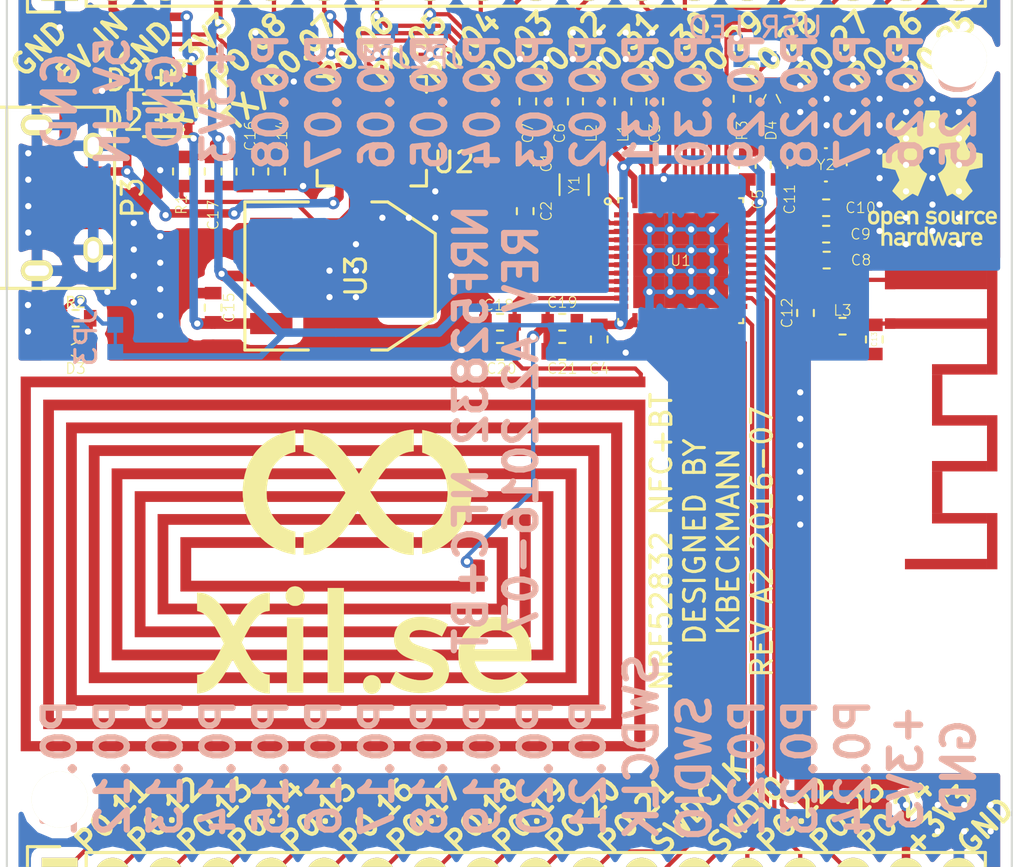
<source format=kicad_pcb>
(kicad_pcb (version 4) (host pcbnew 4.0.2-stable)
  (layers (0 F.Cu signal hide) (31 B.Cu signal hide) (34 B.Paste user hide) (35 F.Paste user hide) (36 B.SilkS user hide) (37 F.SilkS user) (38 B.Mask user hide) (39 F.Mask user hide) (44 Edge.Cuts user hide))
  (net 0 "")
  (net 1 GND)
  (net 2 XL1)
  (net 3 XL2)
  (net 4 "Net-(C3-Pad1)")
  (net 5 "Net-(C7-Pad1)")
  (net 6 "Net-(C8-Pad1)")
  (net 7 "Net-(C9-Pad1)")
  (net 8 XC1)
  (net 9 XC2)
  (net 10 "Net-(C12-Pad1)")
  (net 11 5V_IN)
  (net 12 "Net-(L1-Pad1)")
  (net 13 "Net-(L2-Pad1)")
  (net 14 P0.19)
  (net 15 P0.18)
  (net 16 P0.17)
  (net 17 P0.16)
  (net 18 P0.15)
  (net 19 P0.14)
  (net 20 P0.13)
  (net 21 P0.12)
  (net 22 P0.11)
  (net 23 P0.08)
  (net 24 P0.07)
  (net 25 P0.06)
  (net 26 P0.05)
  (net 27 P0.04)
  (net 28 P0.03)
  (net 29 P0.02)
  (net 30 P0.31)
  (net 31 P0.30)
  (net 32 P0.29)
  (net 33 P0.28)
  (net 34 P0.27)
  (net 35 P0.26)
  (net 36 P0.25)
  (net 37 P0.24)
  (net 38 P0.23)
  (net 39 P0.22)
  (net 40 SWDIO)
  (net 41 SWDCLK)
  (net 42 P0.21)
  (net 43 P0.20)
  (net 44 "Net-(P3-Pad4)")
  (net 45 "Net-(U1-Pad44)")
  (net 46 "Net-(U2-Pad1)")
  (net 47 "Net-(U2-Pad2)")
  (net 48 "Net-(U2-Pad10)")
  (net 49 "Net-(U2-Pad11)")
  (net 50 "Net-(U2-Pad12)")
  (net 51 "Net-(U2-Pad13)")
  (net 52 "Net-(U2-Pad14)")
  (net 53 "Net-(U2-Pad15)")
  (net 54 "Net-(U2-Pad16)")
  (net 55 "Net-(U2-Pad17)")
  (net 56 "Net-(U2-Pad18)")
  (net 57 "Net-(U2-Pad19)")
  (net 58 "Net-(U2-Pad20)")
  (net 59 "Net-(U2-Pad21)")
  (net 60 "Net-(U2-Pad22)")
  (net 61 "Net-(U2-Pad27)")
  (net 62 "Net-(U2-Pad28)")
  (net 63 +3V3)
  (net 64 "Net-(R1-Pad1)")
  (net 65 "Net-(C13-Pad1)")
  (net 66 NFC1)
  (net 67 NFC2)
  (net 68 /CP2102/UART_RTS)
  (net 69 /CP2102/UART_CTS)
  (net 70 /CP2102/USB_D-)
  (net 71 /CP2102/USB_D+)
  (net 72 /CP2102/USB_VBUS)
  (net 73 "Net-(D3-Pad2)")
  (net 74 "Net-(JP3-Pad2)")
  (net 75 "Net-(D4-Pad2)")
  (net 76 "Net-(JP4-Pad2)")
  (module xil_assets:ti-an043-antenna (layer F.Cu) (at 68.068 41.9 270)
    (fp_text reference P4 hide)
    (fp_text value ANTENNA_2_4GHZ hide)
    (fp_poly (pts (xy 2.3 -4.4) (xy 2.3 0.5) (xy 2.8 0.5) (xy 2.8 -4.4) (xy 2.3 -4.4)) (layer F.Cu) (width 0))
    (fp_poly (pts (xy 0 -4.4) (xy 0 0.5) (xy 0.9 0.5) (xy 0.9 -4.4) (xy 0 -4.4)) (layer F.Cu) (width 0))
    (fp_poly (pts (xy 0 -4.9) (xy 0 -4.4) (xy 5 -4.4) (xy 5 -4.9) (xy 0 -4.9)) (layer F.Cu) (width 0))
    (fp_poly (pts (xy 4.5 -4.4) (xy 4.5 -1.76) (xy 5 -1.76) (xy 5 -4.4) (xy 4.5 -4.4)) (layer F.Cu) (width 0))
    (fp_poly (pts (xy 5 -2.26) (xy 5 -1.76) (xy 7 -1.76) (xy 7 -2.26) (xy 5 -2.26)) (layer F.Cu) (width 0))
    (fp_poly (pts (xy 6.95 -4.4) (xy 6.95 -1.76) (xy 7.45 -1.76) (xy 7.45 -4.4) (xy 6.95 -4.4)) (layer F.Cu) (width 0))
    (fp_poly (pts (xy 6.95 -4.9) (xy 6.95 -4.4) (xy 9.65 -4.4) (xy 9.65 -4.9) (xy 6.95 -4.9)) (layer F.Cu) (width 0))
    (fp_poly (pts (xy 9.15 -4.4) (xy 9.15 -1.76) (xy 9.65 -1.76) (xy 9.65 -4.4) (xy 9.15 -4.4)) (layer F.Cu) (width 0))
    (fp_poly (pts (xy 9.65 -2.26) (xy 9.65 -1.76) (xy 11.65 -1.76) (xy 11.65 -2.26) (xy 9.65 -2.26)) (layer F.Cu) (width 0))
    (fp_poly (pts (xy 11.65 -4.4) (xy 11.65 -1.76) (xy 12.15 -1.76) (xy 12.15 -4.4) (xy 11.65 -4.4)) (layer F.Cu) (width 0))
    (fp_poly (pts (xy 11.65 -4.9) (xy 11.65 -4.4) (xy 14.35 -4.4) (xy 14.35 -4.9) (xy 11.65 -4.9)) (layer F.Cu) (width 0))
    (fp_poly (pts (xy 13.85 -4.4) (xy 13.85 -0.46) (xy 14.35 -0.46) (xy 14.35 -4.4) (xy 13.85 -4.4)) (layer F.Cu) (width 0))
    (pad 1 smd rect (at 2.55 0.25 270) (size 0.5 0.5) (layers F.Cu F.Paste F.Mask) (net 65 "Net-(C13-Pad1)"))
    (pad 2 smd rect (at 0.45 0.25 270) (size 0.9 0.5) (layers F.Cu F.Paste F.Mask) (net 1 GND))
  )
  (module Mounting_Holes:MountingHole_2.7mm_M2.5_DIN965 (layer F.Cu) (at 27.94 67.31)
    (fp_text reference REF** hide)
    (fp_text value MountingHole_2.7mm_M2.5_DIN965)
    (pad 1 np_thru_hole circle (at 0 0) (size 2.7 2.7) (drill 2.7) (layers *.Cu *.Mask F.SilkS))
  )
  (module Mounting_Holes:MountingHole_2.7mm_M2.5_DIN965 (layer F.Cu) (at 71.12 31.75)
    (fp_text reference REF** hide)
    (fp_text value MountingHole_2.7mm_M2.5_DIN965)
    (pad 1 np_thru_hole circle (at 0 0) (size 2.7 2.7) (drill 2.7) (layers *.Cu *.Mask F.SilkS))
  )
  (module assets:GND_VIA_0.6mm (layer F.Cu) (at 26.4287 36.2712)
    (fp_text reference REF** hide)
    (fp_text value VIA_0.6mm hide)
    (pad 1 thru_hole circle (at 0 0) (size 0.6 0.6) (drill 0.3) (layers *.Cu) (net 1 GND))
  )
  (module assets:logo_16x13mm (layer F.Cu) (at 42.545 55.88)
    (fp_text reference G*** hide)
    (fp_text value LOGO hide)
  )
  (module assets:GND_VIA_0.6mm (layer F.Cu) (at 37.338 30.48)
    (fp_text reference REF** hide)
    (fp_text value VIA_0.6mm hide)
    (pad 1 thru_hole circle (at 0 0) (size 0.6 0.6) (drill 0.3) (layers *.Cu) (net 1 GND))
  )
  (module RuuviTag:0603_RES (layer F.Cu) (at 28.702 44.196 180)
    (fp_text reference R2 (at 0 0.762 180) (layer F.SilkS) (effects (font (size 0.508 0.508) (thickness 0.0762))))
    (fp_text value 360)
    (pad 1 smd rect (at -0.7 0 180) (size 0.6 0.8) (layers F.Cu F.Paste F.Mask) (net 73 "Net-(D3-Pad2)"))
    (pad 2 smd rect (at 0.7 0 180) (size 0.6 0.8) (layers F.Cu F.Paste F.Mask) (net 74 "Net-(JP3-Pad2)"))
  )
  (module xil_assets:SolderBridgeLarge_NC (layer B.Cu) (at 30.607 45.212 90)
    (fp_text reference JP3 (at 0.0635 -1.397 90) (layer B.SilkS) (effects (justify mirror)))
    (fp_text value Jumper_NC_Small)
    (pad 1 smd rect (at -0.6 0 90) (size 0.762 0.762) (layers B.Cu B.Paste B.Mask) (net 63 +3V3))
    (pad 2 smd rect (at 0.7 0 90) (size 0.762 0.762) (layers B.Cu B.Paste B.Mask) (net 74 "Net-(JP3-Pad2)"))
    (pad 3 smd rect (at 0 0 90) (size 1.016 0.1524) (layers B.Cu B.Paste B.Mask))
  )
  (module RuuviTag:0603_LED (layer F.Cu) (at 28.702 45.72)
    (fp_text reference D3 (at 0 0.889) (layer F.SilkS) (effects (font (size 0.508 0.508) (thickness 0.0508))))
    (fp_text value LED)
    (pad 1 smd rect (at -0.725 0) (size 0.6 0.8) (layers F.Cu F.Paste F.Mask) (net 1 GND))
    (pad 2 smd rect (at 0.725 0) (size 0.6 0.8) (layers F.Cu F.Paste F.Mask) (net 73 "Net-(D3-Pad2)"))
  )
  (module Diodes_SMD:SOD-323 (layer F.Cu) (at 33.059 32.639 180)
    (fp_text reference D1 (at 1.944 -0.127 180) (layer F.SilkS))
    (fp_text value D)
    (pad 1 smd rect (at -1.055 0 180) (size 0.59 0.45) (layers F.Cu F.Paste F.Mask) (net 11 5V_IN))
    (pad 2 smd rect (at 1.055 0 180) (size 0.59 0.45) (layers F.Cu F.Paste F.Mask) (net 72 /CP2102/USB_VBUS))
  )
  (module xil_assets:nfc_30x18_w05mm_s06mm (layer F.Cu) (at 41.0568 55.9816)
    (fp_text reference P5 hide)
    (fp_text value ANTENNA_NFC hide)
    (fp_poly (pts (xy 15.001875 -8.47725) (xy -14.50975 -8.47725) (xy -14.50975 8.524875) (xy 14.478 8.524875) (xy 14.478 -7.366) (xy -13.3985 -7.366) (xy -13.3985 7.4295) (xy 13.36675 7.4295) (xy 13.36675 -6.270625) (xy -12.303125 -6.270625) (xy -12.303125 6.31825) (xy 12.271375 6.31825) (xy 12.271375 -5.17525) (xy -11.20775 -5.17525) (xy -11.20775 5.222875) (xy 11.176 5.222875) (xy 11.176 -4.064) (xy -10.112375 -4.064) (xy -10.112375 4.1275) (xy 10.06475 4.1275) (xy 10.06475 -2.968625) (xy -9.001125 -2.968625) (xy -9.001125 3.01625) (xy 8.969375 3.01625) (xy 8.969375 -1.87325) (xy -7.90575 -1.87325) (xy -7.90575 1.920875) (xy 7.874 1.920875) (xy 7.874 -0.762) (xy -6.810375 -0.762) (xy -6.810375 0.8255) (xy 6.76275 0.8255) (xy 6.76275 -0.174625) (xy 7.286625 -0.174625) (xy 7.286625 1.3335) (xy -7.318375 1.3335) (xy -7.318375 -1.27) (xy 8.397875 -1.27) (xy 8.397875 2.449833) (xy 8.004968 2.439388) (xy 7.96429 2.438729) (xy 7.89287 2.438081) (xy 7.791718 2.437444) (xy 7.661843 2.43682) (xy 7.504253 2.43621) (xy 7.319957 2.435615) (xy 7.109964 2.435038) (xy 6.875283 2.434478) (xy 6.616922 2.433938) (xy 6.335892 2.433418) (xy 6.033199 2.432919) (xy 5.709854 2.432444) (xy 5.366865 2.431993) (xy 5.005241 2.431567) (xy 4.62599 2.431169) (xy 4.230122 2.430798) (xy 3.818645 2.430456) (xy 3.392569 2.430146) (xy 2.952902 2.429866) (xy 2.500652 2.42962) (xy 2.03683 2.429409) (xy 1.562443 2.429233) (xy 1.0785 2.429093) (xy 0.586011 2.428992) (xy 0.085984 2.42893) (xy -0.400844 2.428909) (xy -8.41375 2.428875) (xy -8.41375 -2.38125) (xy 9.49325 -2.38125) (xy 9.49325 3.52425) (xy -9.509125 3.52425) (xy -9.509125 -3.476625) (xy 10.588625 -3.476625) (xy 10.588625 4.6355) (xy -10.620375 4.6355) (xy -10.620375 -4.572) (xy 11.699875 -4.572) (xy 11.699875 5.730875) (xy -11.71575 5.730875) (xy -11.71575 -5.68325) (xy 12.79525 -5.68325) (xy 12.79525 6.82625) (xy -12.811125 6.82625) (xy -12.811125 -6.778625) (xy 13.890625 -6.778625) (xy 13.890625 7.9375) (xy -13.9065 7.9375) (xy -13.9065 -7.874) (xy 15.001875 -7.874) (xy 15.001875 9.001125) (xy -14.986 9.001125) (xy -14.986 -8.98525) (xy 15.001875 -8.98525) (xy 15.001875 -8.47725)) (layer F.Cu) (width 0.01))
    (pad 1 smd rect (at 14.8 -8.7) (size 0.4 0.4) (layers F.Cu F.Paste F.Mask) (net 66 NFC1))
    (pad 2 smd rect (at 7 0) (size 0.4 0.4) (layers F.Cu F.Paste F.Mask) (net 67 NFC2))
  )
  (module xil_assets:SolderBridgeLarge (layer B.Cu) (at 43.561 30.2895 180)
    (fp_text reference JP1 (at 0.0635 -1.397 180) (layer B.SilkS) (effects (justify mirror)))
    (fp_text value Jumper_NO_Small)
    (pad 1 smd rect (at -0.381 0 180) (size 0.5 0.5) (layers B.Cu B.Paste B.Mask) (net 68 /CP2102/UART_RTS))
    (pad 2 smd rect (at 0.381 0 180) (size 0.5 0.5) (layers B.Cu B.Paste B.Mask) (net 25 P0.06))
  )
  (module xil_assets:SolderBridgeLarge (layer B.Cu) (at 46.101 30.2895 180)
    (fp_text reference JP2 (at 0.0635 -1.397 180) (layer B.SilkS) (effects (justify mirror)))
    (fp_text value Jumper_NO_Small)
    (pad 1 smd rect (at -0.381 0 180) (size 0.5 0.5) (layers B.Cu B.Paste B.Mask) (net 69 /CP2102/UART_CTS))
    (pad 2 smd rect (at 0.381 0 180) (size 0.5 0.5) (layers B.Cu B.Paste B.Mask) (net 26 P0.05))
  )
  (module Connect:USB_Micro-B (layer F.Cu) (at 27.98526 38.4109 270)
    (fp_text reference P3 (at 0 -3.45 270) (layer F.SilkS))
    (fp_text value USB_OTG)
    (pad 1 smd rect (at -1.3009 -1.56254) (size 1.35 0.4) (layers F.Cu F.Paste F.Mask) (net 72 /CP2102/USB_VBUS))
    (pad 2 smd rect (at -0.6509 -1.56254) (size 1.35 0.4) (layers F.Cu F.Paste F.Mask) (net 70 /CP2102/USB_D-))
    (pad 3 smd rect (at -0.0009 -1.56254) (size 1.35 0.4) (layers F.Cu F.Paste F.Mask) (net 71 /CP2102/USB_D+))
    (pad 4 smd rect (at 0.6491 -1.56254) (size 1.35 0.4) (layers F.Cu F.Paste F.Mask) (net 44 "Net-(P3-Pad4)"))
    (pad 5 smd rect (at 1.2991 -1.56254) (size 1.35 0.4) (layers F.Cu F.Paste F.Mask) (net 1 GND))
    (pad 6 thru_hole oval (at -2.5009 -1.56254) (size 0.95 1.25) (drill oval 0.55 0.85) (layers *.Cu *.Mask F.SilkS) (net 1 GND))
    (pad 6 thru_hole oval (at 2.4991 -1.56254) (size 0.95 1.25) (drill oval 0.55 0.85) (layers *.Cu *.Mask F.SilkS) (net 1 GND))
    (pad 6 thru_hole oval (at -3.5009 1.13746) (size 1.55 1) (drill oval 1.15 0.5) (layers *.Cu *.Mask F.SilkS) (net 1 GND))
    (pad 6 thru_hole oval (at 3.4991 1.13746) (size 1.55 1) (drill oval 1.15 0.5) (layers *.Cu *.Mask F.SilkS) (net 1 GND))
  )
  (module Pin_Headers:Pin_Header_Straight_1x18 (layer F.Cu) (at 27.94 71.12 90)
    (fp_text reference P1 (at 0 -5.1 90) (layer F.SilkS))
    (fp_text value CONN_01X18)
    (pad 1 thru_hole rect (at 0 0 90) (size 2.032 1.7272) (drill 1.016) (layers *.Cu *.Mask F.SilkS) (net 22 P0.11))
    (pad 2 thru_hole oval (at 0 2.54 90) (size 2.032 1.7272) (drill 1.016) (layers *.Cu *.Mask F.SilkS) (net 21 P0.12))
    (pad 3 thru_hole oval (at 0 5.08 90) (size 2.032 1.7272) (drill 1.016) (layers *.Cu *.Mask F.SilkS) (net 20 P0.13))
    (pad 4 thru_hole oval (at 0 7.62 90) (size 2.032 1.7272) (drill 1.016) (layers *.Cu *.Mask F.SilkS) (net 19 P0.14))
    (pad 5 thru_hole oval (at 0 10.16 90) (size 2.032 1.7272) (drill 1.016) (layers *.Cu *.Mask F.SilkS) (net 18 P0.15))
    (pad 6 thru_hole oval (at 0 12.7 90) (size 2.032 1.7272) (drill 1.016) (layers *.Cu *.Mask F.SilkS) (net 17 P0.16))
    (pad 7 thru_hole oval (at 0 15.24 90) (size 2.032 1.7272) (drill 1.016) (layers *.Cu *.Mask F.SilkS) (net 16 P0.17))
    (pad 8 thru_hole oval (at 0 17.78 90) (size 2.032 1.7272) (drill 1.016) (layers *.Cu *.Mask F.SilkS) (net 15 P0.18))
    (pad 9 thru_hole oval (at 0 20.32 90) (size 2.032 1.7272) (drill 1.016) (layers *.Cu *.Mask F.SilkS) (net 14 P0.19))
    (pad 10 thru_hole oval (at 0 22.86 90) (size 2.032 1.7272) (drill 1.016) (layers *.Cu *.Mask F.SilkS) (net 43 P0.20))
    (pad 11 thru_hole oval (at 0 25.4 90) (size 2.032 1.7272) (drill 1.016) (layers *.Cu *.Mask F.SilkS) (net 42 P0.21))
    (pad 12 thru_hole oval (at 0 27.94 90) (size 2.032 1.7272) (drill 1.016) (layers *.Cu *.Mask F.SilkS) (net 41 SWDCLK))
    (pad 13 thru_hole oval (at 0 30.48 90) (size 2.032 1.7272) (drill 1.016) (layers *.Cu *.Mask F.SilkS) (net 40 SWDIO))
    (pad 14 thru_hole oval (at 0 33.02 90) (size 2.032 1.7272) (drill 1.016) (layers *.Cu *.Mask F.SilkS) (net 39 P0.22))
    (pad 15 thru_hole oval (at 0 35.56 90) (size 2.032 1.7272) (drill 1.016) (layers *.Cu *.Mask F.SilkS) (net 38 P0.23))
    (pad 16 thru_hole oval (at 0 38.1 90) (size 2.032 1.7272) (drill 1.016) (layers *.Cu *.Mask F.SilkS) (net 37 P0.24))
    (pad 17 thru_hole oval (at 0 40.64 90) (size 2.032 1.7272) (drill 1.016) (layers *.Cu *.Mask F.SilkS) (net 63 +3V3))
    (pad 18 thru_hole oval (at 0 43.18 90) (size 2.032 1.7272) (drill 1.016) (layers *.Cu *.Mask F.SilkS) (net 1 GND))
  )
  (module Housings_DFN_QFN:QFN-28-1EP_5x5mm_Pitch0.5mm (layer F.Cu) (at 42.926 35.216)
    (fp_text reference U2 (at 3.937 1.487) (layer F.SilkS))
    (fp_text value CP2102)
    (pad 1 smd oval (at -2.45 -1.5) (size 0.85 0.3) (layers F.Cu F.Paste F.Mask) (net 46 "Net-(U2-Pad1)"))
    (pad 2 smd oval (at -2.45 -1) (size 0.85 0.3) (layers F.Cu F.Paste F.Mask) (net 47 "Net-(U2-Pad2)"))
    (pad 3 smd oval (at -2.45 -0.5) (size 0.85 0.3) (layers F.Cu F.Paste F.Mask) (net 1 GND))
    (pad 4 smd oval (at -2.45 0) (size 0.85 0.3) (layers F.Cu F.Paste F.Mask) (net 71 /CP2102/USB_D+))
    (pad 5 smd oval (at -2.45 0.5) (size 0.85 0.3) (layers F.Cu F.Paste F.Mask) (net 70 /CP2102/USB_D-))
    (pad 6 smd oval (at -2.45 1) (size 0.85 0.3) (layers F.Cu F.Paste F.Mask) (net 63 +3V3))
    (pad 7 smd oval (at -2.45 1.5) (size 0.85 0.3) (layers F.Cu F.Paste F.Mask) (net 63 +3V3))
    (pad 8 smd oval (at -1.5 2.45 90) (size 0.85 0.3) (layers F.Cu F.Paste F.Mask) (net 72 /CP2102/USB_VBUS))
    (pad 9 smd oval (at -1 2.45 90) (size 0.85 0.3) (layers F.Cu F.Paste F.Mask) (net 64 "Net-(R1-Pad1)"))
    (pad 10 smd oval (at -0.5 2.45 90) (size 0.85 0.3) (layers F.Cu F.Paste F.Mask) (net 48 "Net-(U2-Pad10)"))
    (pad 11 smd oval (at 0 2.45 90) (size 0.85 0.3) (layers F.Cu F.Paste F.Mask) (net 49 "Net-(U2-Pad11)"))
    (pad 12 smd oval (at 0.5 2.45 90) (size 0.85 0.3) (layers F.Cu F.Paste F.Mask) (net 50 "Net-(U2-Pad12)"))
    (pad 13 smd oval (at 1 2.45 90) (size 0.85 0.3) (layers F.Cu F.Paste F.Mask) (net 51 "Net-(U2-Pad13)"))
    (pad 14 smd oval (at 1.5 2.45 90) (size 0.85 0.3) (layers F.Cu F.Paste F.Mask) (net 52 "Net-(U2-Pad14)"))
    (pad 15 smd oval (at 2.45 1.5) (size 0.85 0.3) (layers F.Cu F.Paste F.Mask) (net 53 "Net-(U2-Pad15)"))
    (pad 16 smd oval (at 2.45 1) (size 0.85 0.3) (layers F.Cu F.Paste F.Mask) (net 54 "Net-(U2-Pad16)"))
    (pad 17 smd oval (at 2.45 0.5) (size 0.85 0.3) (layers F.Cu F.Paste F.Mask) (net 55 "Net-(U2-Pad17)"))
    (pad 18 smd oval (at 2.45 0) (size 0.85 0.3) (layers F.Cu F.Paste F.Mask) (net 56 "Net-(U2-Pad18)"))
    (pad 19 smd oval (at 2.45 -0.5) (size 0.85 0.3) (layers F.Cu F.Paste F.Mask) (net 57 "Net-(U2-Pad19)"))
    (pad 20 smd oval (at 2.45 -1) (size 0.85 0.3) (layers F.Cu F.Paste F.Mask) (net 58 "Net-(U2-Pad20)"))
    (pad 21 smd oval (at 2.45 -1.5) (size 0.85 0.3) (layers F.Cu F.Paste F.Mask) (net 59 "Net-(U2-Pad21)"))
    (pad 22 smd oval (at 1.5 -2.45 90) (size 0.85 0.3) (layers F.Cu F.Paste F.Mask) (net 60 "Net-(U2-Pad22)"))
    (pad 23 smd oval (at 1 -2.45 90) (size 0.85 0.3) (layers F.Cu F.Paste F.Mask) (net 69 /CP2102/UART_CTS))
    (pad 24 smd oval (at 0.5 -2.45 90) (size 0.85 0.3) (layers F.Cu F.Paste F.Mask) (net 68 /CP2102/UART_RTS))
    (pad 25 smd oval (at 0 -2.45 90) (size 0.85 0.3) (layers F.Cu F.Paste F.Mask) (net 24 P0.07))
    (pad 26 smd oval (at -0.5 -2.45 90) (size 0.85 0.3) (layers F.Cu F.Paste F.Mask) (net 23 P0.08))
    (pad 27 smd oval (at -1 -2.45 90) (size 0.85 0.3) (layers F.Cu F.Paste F.Mask) (net 61 "Net-(U2-Pad27)"))
    (pad 28 smd oval (at -1.5 -2.45 90) (size 0.85 0.3) (layers F.Cu F.Paste F.Mask) (net 62 "Net-(U2-Pad28)"))
    (pad 29 smd rect (at 0.8375 0.8375) (size 1.675 1.675) (layers F.Cu F.Paste F.Mask))
    (pad 29 smd rect (at 0.8375 -0.8375) (size 1.675 1.675) (layers F.Cu F.Paste F.Mask))
    (pad 29 smd rect (at -0.8375 0.8375) (size 1.675 1.675) (layers F.Cu F.Paste F.Mask))
    (pad 29 smd rect (at -0.8375 -0.8375) (size 1.675 1.675) (layers F.Cu F.Paste F.Mask))
  )
  (module RuuviTag:0603_CAP (layer F.Cu) (at 52.0715 45.7835)
    (fp_text reference C21 (at -0.0015 0.8255) (layer F.SilkS) (effects (font (size 0.508 0.508) (thickness 0.0508))))
    (fp_text value NFC_TUNE4)
    (pad 1 smd rect (at -0.7 0) (size 0.6 0.8) (layers F.Cu F.Paste F.Mask) (net 67 NFC2))
    (pad 2 smd rect (at 0.7 0) (size 0.6 0.8) (layers F.Cu F.Paste F.Mask) (net 1 GND))
  )
  (module RuuviTag:0603_CAP (layer F.Cu) (at 49.0855 45.7835)
    (fp_text reference C20 (at 0.0635 0.8255) (layer F.SilkS) (effects (font (size 0.508 0.508) (thickness 0.0508))))
    (fp_text value NFC_TUNE3)
    (pad 1 smd rect (at -0.7 0) (size 0.6 0.8) (layers F.Cu F.Paste F.Mask) (net 1 GND))
    (pad 2 smd rect (at 0.7 0) (size 0.6 0.8) (layers F.Cu F.Paste F.Mask) (net 66 NFC1))
  )
  (module RuuviTag:0603_RES (layer F.Cu) (at 33.782 37.1475 90)
    (fp_text reference R1 (at -1.5875 0 90) (layer F.SilkS) (effects (font (size 0.508 0.508) (thickness 0.0508))))
    (fp_text value 4k7)
    (pad 1 smd rect (at -0.7 0 90) (size 0.6 0.8) (layers F.Cu F.Paste F.Mask) (net 64 "Net-(R1-Pad1)"))
    (pad 2 smd rect (at 0.7 0 90) (size 0.6 0.8) (layers F.Cu F.Paste F.Mask) (net 63 +3V3))
  )
  (module RuuviTag:0603_CAP (layer F.Cu) (at 35.306 43.688 270)
    (fp_text reference C15 (at 0 -0.762 270) (layer F.SilkS) (effects (font (size 0.508 0.508) (thickness 0.0508))))
    (fp_text value 4u7)
    (pad 1 smd rect (at -0.7 0 270) (size 0.6 0.8) (layers F.Cu F.Paste F.Mask) (net 1 GND))
    (pad 2 smd rect (at 0.7 0 270) (size 0.6 0.8) (layers F.Cu F.Paste F.Mask) (net 11 5V_IN))
  )
  (module RuuviTag:0603_IND (layer F.Cu) (at 65.532 44.577)
    (fp_text reference L3 (at 0 -0.762) (layer F.SilkS) (effects (font (size 0.508 0.508) (thickness 0.0508))))
    (fp_text value 3n9)
    (pad 1 smd rect (at -0.7 0) (size 0.6 0.8) (layers F.Cu F.Paste F.Mask) (net 10 "Net-(C12-Pad1)"))
    (pad 2 smd rect (at 0.7 0) (size 0.6 0.8) (layers F.Cu F.Paste F.Mask) (net 65 "Net-(C13-Pad1)"))
  )
  (module RuuviTag:0603_CAP (layer F.Cu) (at 67.056 45.212 270)
    (fp_text reference C13 (at 0 0 270) (layer F.SilkS) (effects (font (size 0.25 0.25) (thickness 0.025))))
    (fp_text value NC)
    (pad 1 smd rect (at -0.7 0 270) (size 0.6 0.8) (layers F.Cu F.Paste F.Mask) (net 65 "Net-(C13-Pad1)"))
    (pad 2 smd rect (at 0.7 0 270) (size 0.6 0.8) (layers F.Cu F.Paste F.Mask) (net 1 GND))
  )
  (module RuuviTag:0603_CAP (layer F.Cu) (at 63.754 43.942 90)
    (fp_text reference C12 (at 0 -0.889 90) (layer F.SilkS) (effects (font (size 0.508 0.508) (thickness 0.0508))))
    (fp_text value 0p8)
    (pad 1 smd rect (at -0.7 0 90) (size 0.6 0.8) (layers F.Cu F.Paste F.Mask) (net 10 "Net-(C12-Pad1)"))
    (pad 2 smd rect (at 0.7 0 90) (size 0.6 0.8) (layers F.Cu F.Paste F.Mask) (net 1 GND))
  )
  (module RuuviTag:0603_CAP (layer F.Cu) (at 62.484 36.8285 270)
    (fp_text reference C11 (at 1.651 -0.508 270) (layer F.SilkS) (effects (font (size 0.508 0.508) (thickness 0.0508))))
    (fp_text value 12p)
    (pad 1 smd rect (at -0.7 0 270) (size 0.6 0.8) (layers F.Cu F.Paste F.Mask) (net 1 GND))
    (pad 2 smd rect (at 0.7 0 270) (size 0.6 0.8) (layers F.Cu F.Paste F.Mask) (net 9 XC2))
  )
  (module RuuviTag:0603_CAP (layer F.Cu) (at 64.7455 38.8875)
    (fp_text reference C10 (at 1.651 0) (layer F.SilkS) (effects (font (size 0.508 0.508) (thickness 0.0508))))
    (fp_text value 12p)
    (pad 1 smd rect (at -0.7 0) (size 0.6 0.8) (layers F.Cu F.Paste F.Mask) (net 8 XC1))
    (pad 2 smd rect (at 0.7 0) (size 0.6 0.8) (layers F.Cu F.Paste F.Mask) (net 1 GND))
  )
  (module RuuviTag:0603_CAP (layer F.Cu) (at 64.7455 40.1575)
    (fp_text reference C9 (at 1.651 0) (layer F.SilkS) (effects (font (size 0.508 0.508) (thickness 0.0508))))
    (fp_text value 100p)
    (pad 1 smd rect (at -0.7 0) (size 0.6 0.8) (layers F.Cu F.Paste F.Mask) (net 7 "Net-(C9-Pad1)"))
    (pad 2 smd rect (at 0.7 0) (size 0.6 0.8) (layers F.Cu F.Paste F.Mask) (net 1 GND))
  )
  (module RuuviTag:0603_CAP (layer F.Cu) (at 50.419 33.782 90)
    (fp_text reference C7 (at -1.524 0 90) (layer F.SilkS) (effects (font (size 0.508 0.508) (thickness 0.0508))))
    (fp_text value 100n)
    (pad 1 smd rect (at -0.7 0 90) (size 0.6 0.8) (layers F.Cu F.Paste F.Mask) (net 5 "Net-(C7-Pad1)"))
    (pad 2 smd rect (at 0.7 0 90) (size 0.6 0.8) (layers F.Cu F.Paste F.Mask) (net 1 GND))
  )
  (module RuuviTag:0603_CAP (layer F.Cu) (at 51.943 33.782 90)
    (fp_text reference C6 (at -1.524 0 90) (layer F.SilkS) (effects (font (size 0.508 0.508) (thickness 0.0508))))
    (fp_text value 4u7)
    (pad 1 smd rect (at -0.7 0 90) (size 0.6 0.8) (layers F.Cu F.Paste F.Mask) (net 63 +3V3))
    (pad 2 smd rect (at 0.7 0 90) (size 0.6 0.8) (layers F.Cu F.Paste F.Mask) (net 1 GND))
  )
  (module RuuviTag:0603_CAP (layer F.Cu) (at 60.96 36.8285 90)
    (fp_text reference C5 (at -1.651 0.508 90) (layer F.SilkS) (effects (font (size 0.508 0.508) (thickness 0.0508))))
    (fp_text value 100n)
    (pad 1 smd rect (at -0.7 0 90) (size 0.6 0.8) (layers F.Cu F.Paste F.Mask) (net 63 +3V3))
    (pad 2 smd rect (at 0.7 0 90) (size 0.6 0.8) (layers F.Cu F.Paste F.Mask) (net 1 GND))
  )
  (module RuuviTag:0603_CAP (layer F.Cu) (at 53.848 45.212 270)
    (fp_text reference C4 (at 1.397 0 360) (layer F.SilkS) (effects (font (size 0.508 0.508) (thickness 0.0508))))
    (fp_text value 100n)
    (pad 1 smd rect (at -0.7 0 270) (size 0.6 0.8) (layers F.Cu F.Paste F.Mask) (net 63 +3V3))
    (pad 2 smd rect (at 0.7 0 270) (size 0.6 0.8) (layers F.Cu F.Paste F.Mask) (net 1 GND))
  )
  (module RuuviTag:0603_CAP (layer F.Cu) (at 50.292 39.0525 90)
    (fp_text reference C2 (at 0 1.016 90) (layer F.SilkS) (effects (font (size 0.508 0.508) (thickness 0.0508))))
    (fp_text value 12p)
    (pad 1 smd rect (at -0.7 0 90) (size 0.6 0.8) (layers F.Cu F.Paste F.Mask) (net 3 XL2))
    (pad 2 smd rect (at 0.7 0 90) (size 0.6 0.8) (layers F.Cu F.Paste F.Mask) (net 1 GND))
  )
  (module RuuviTag:0603_CAP (layer F.Cu) (at 50.292 36.703 90)
    (fp_text reference C1 (at 0 1.016 90) (layer F.SilkS) (effects (font (size 0.508 0.508) (thickness 0.0508))))
    (fp_text value 12p)
    (pad 1 smd rect (at -0.7 0 90) (size 0.6 0.8) (layers F.Cu F.Paste F.Mask) (net 1 GND))
    (pad 2 smd rect (at 0.7 0 90) (size 0.6 0.8) (layers F.Cu F.Paste F.Mask) (net 2 XL1))
  )
  (module RuuviTag:20X16MM_4PIN_CRYSTAL (layer F.Cu) (at 64.733 36.8265 180)
    (fp_text reference Y2 (at 0 0 180) (layer F.SilkS) (effects (font (size 0.5 0.5) (thickness 0.05))))
    (fp_text value 32M)
    (pad 4 smd rect (at -0.725 -0.575 180) (size 0.95 0.85) (layers F.Cu F.Paste F.Mask) (net 1 GND))
    (pad 1 smd rect (at -0.725 0.575 180) (size 0.95 0.85) (layers F.Cu F.Paste F.Mask) (net 8 XC1))
    (pad 2 smd rect (at 0.725 0.575 180) (size 0.95 0.85) (layers F.Cu F.Paste F.Mask) (net 1 GND))
    (pad 3 smd rect (at 0.725 -0.575 180) (size 0.95 0.85) (layers F.Cu F.Paste F.Mask) (net 9 XC2))
  )
  (module RuuviTag:32X15MM_2PIN_CRYSTAL (layer F.Cu) (at 52.6415 37.7825 270)
    (fp_text reference Y1 (at 0 0 270) (layer F.SilkS) (effects (font (size 0.5 0.5) (thickness 0.05))))
    (fp_text value 32K)
    (pad 1 smd rect (at -1.2 0 270) (size 0.8 1.5) (layers F.Cu F.Paste F.Mask) (net 2 XL1))
    (pad 2 smd rect (at 1.2 0 270) (size 0.8 1.5) (layers F.Cu F.Paste F.Mask) (net 3 XL2))
  )
  (module RuuviTag:QFN-48_6X6MM_BOTPAD (layer F.Cu) (at 57.7605 41.4275)
    (fp_text reference U1 (at 0 0) (layer F.SilkS) (effects (font (size 0.5 0.5) (thickness 0.05))))
    (fp_text value nRF52832)
    (pad 49 smd rect (at 0 1.52) (size 1.52 1.52) (layers F.Cu F.Paste F.Mask) (net 1 GND))
    (pad 49 smd rect (at 1.52 0) (size 1.52 1.52) (layers F.Cu F.Paste F.Mask) (net 1 GND))
    (pad 49 smd rect (at -1.52 0) (size 1.52 1.52) (layers F.Cu F.Paste F.Mask) (net 1 GND))
    (pad 49 smd rect (at 0 0) (size 1.52 1.52) (layers F.Cu F.Paste F.Mask) (net 1 GND))
    (pad 49 smd rect (at 0 -1.52) (size 1.52 1.52) (layers F.Cu F.Paste F.Mask) (net 1 GND))
    (pad 1 smd rect (at -2.86 -2.2 90) (size 0.25 0.68) (layers F.Cu F.Paste F.Mask) (net 5 "Net-(C7-Pad1)"))
    (pad 2 smd rect (at -2.86 -1.8 90) (size 0.25 0.68) (layers F.Cu F.Paste F.Mask) (net 2 XL1))
    (pad 3 smd rect (at -2.86 -1.4 90) (size 0.25 0.68) (layers F.Cu F.Paste F.Mask) (net 3 XL2))
    (pad 4 smd rect (at -2.86 -1 90) (size 0.25 0.68) (layers F.Cu F.Paste F.Mask) (net 29 P0.02))
    (pad 5 smd rect (at -2.86 -0.6 90) (size 0.25 0.68) (layers F.Cu F.Paste F.Mask) (net 28 P0.03))
    (pad 6 smd rect (at -2.86 -0.2 90) (size 0.25 0.68) (layers F.Cu F.Paste F.Mask) (net 27 P0.04))
    (pad 7 smd rect (at -2.86 0.2 90) (size 0.25 0.68) (layers F.Cu F.Paste F.Mask) (net 26 P0.05))
    (pad 8 smd rect (at -2.86 0.6 90) (size 0.25 0.68) (layers F.Cu F.Paste F.Mask) (net 25 P0.06))
    (pad 9 smd rect (at -2.86 1 90) (size 0.25 0.68) (layers F.Cu F.Paste F.Mask) (net 24 P0.07))
    (pad 10 smd rect (at -2.86 1.4 90) (size 0.25 0.68) (layers F.Cu F.Paste F.Mask) (net 23 P0.08))
    (pad 11 smd rect (at -2.86 1.8 90) (size 0.25 0.68) (layers F.Cu F.Paste F.Mask) (net 66 NFC1))
    (pad 12 smd rect (at -2.86 2.2 90) (size 0.25 0.68) (layers F.Cu F.Paste F.Mask) (net 67 NFC2))
    (pad 13 smd rect (at -2.2 2.86) (size 0.25 0.68) (layers F.Cu F.Paste F.Mask) (net 63 +3V3))
    (pad 14 smd rect (at -1.8 2.86) (size 0.25 0.68) (layers F.Cu F.Paste F.Mask) (net 22 P0.11))
    (pad 15 smd rect (at -1.4 2.86) (size 0.25 0.68) (layers F.Cu F.Paste F.Mask) (net 21 P0.12))
    (pad 16 smd rect (at -1 2.86) (size 0.25 0.68) (layers F.Cu F.Paste F.Mask) (net 20 P0.13))
    (pad 17 smd rect (at -0.6 2.86) (size 0.25 0.68) (layers F.Cu F.Paste F.Mask) (net 19 P0.14))
    (pad 18 smd rect (at -0.2 2.86) (size 0.25 0.68) (layers F.Cu F.Paste F.Mask) (net 18 P0.15))
    (pad 19 smd rect (at 0.2 2.86) (size 0.25 0.68) (layers F.Cu F.Paste F.Mask) (net 17 P0.16))
    (pad 20 smd rect (at 0.6 2.86) (size 0.25 0.68) (layers F.Cu F.Paste F.Mask) (net 16 P0.17))
    (pad 21 smd rect (at 1 2.86) (size 0.25 0.68) (layers F.Cu F.Paste F.Mask) (net 15 P0.18))
    (pad 22 smd rect (at 1.4 2.86) (size 0.25 0.68) (layers F.Cu F.Paste F.Mask) (net 14 P0.19))
    (pad 23 smd rect (at 1.8 2.86) (size 0.25 0.68) (layers F.Cu F.Paste F.Mask) (net 43 P0.20))
    (pad 24 smd rect (at 2.2 2.86) (size 0.25 0.68) (layers F.Cu F.Paste F.Mask) (net 42 P0.21))
    (pad 25 smd rect (at 2.86 2.2 90) (size 0.25 0.68) (layers F.Cu F.Paste F.Mask) (net 41 SWDCLK))
    (pad 26 smd rect (at 2.86 1.8 90) (size 0.25 0.68) (layers F.Cu F.Paste F.Mask) (net 40 SWDIO))
    (pad 27 smd rect (at 2.86 1.4 90) (size 0.25 0.68) (layers F.Cu F.Paste F.Mask) (net 39 P0.22))
    (pad 28 smd rect (at 2.86 1 90) (size 0.25 0.68) (layers F.Cu F.Paste F.Mask) (net 38 P0.23))
    (pad 29 smd rect (at 2.86 0.6 90) (size 0.25 0.68) (layers F.Cu F.Paste F.Mask) (net 37 P0.24))
    (pad 30 smd rect (at 2.86 0.2 90) (size 0.25 0.68) (layers F.Cu F.Paste F.Mask) (net 10 "Net-(C12-Pad1)"))
    (pad 31 smd rect (at 2.86 -0.2 90) (size 0.25 0.68) (layers F.Cu F.Paste F.Mask) (net 1 GND))
    (pad 32 smd rect (at 2.86 -0.6 90) (size 0.25 0.68) (layers F.Cu F.Paste F.Mask) (net 6 "Net-(C8-Pad1)"))
    (pad 33 smd rect (at 2.86 -1 90) (size 0.25 0.68) (layers F.Cu F.Paste F.Mask) (net 7 "Net-(C9-Pad1)"))
    (pad 34 smd rect (at 2.86 -1.4 90) (size 0.25 0.68) (layers F.Cu F.Paste F.Mask) (net 8 XC1))
    (pad 35 smd rect (at 2.86 -1.8 90) (size 0.25 0.68) (layers F.Cu F.Paste F.Mask) (net 9 XC2))
    (pad 36 smd rect (at 2.86 -2.2 90) (size 0.25 0.68) (layers F.Cu F.Paste F.Mask) (net 63 +3V3))
    (pad 37 smd rect (at 2.2 -2.86) (size 0.25 0.68) (layers F.Cu F.Paste F.Mask) (net 36 P0.25))
    (pad 38 smd rect (at 1.8 -2.86) (size 0.25 0.68) (layers F.Cu F.Paste F.Mask) (net 35 P0.26))
    (pad 39 smd rect (at 1.4 -2.86) (size 0.25 0.68) (layers F.Cu F.Paste F.Mask) (net 34 P0.27))
    (pad 40 smd rect (at 1 -2.86) (size 0.25 0.68) (layers F.Cu F.Paste F.Mask) (net 33 P0.28))
    (pad 41 smd rect (at 0.6 -2.86) (size 0.25 0.68) (layers F.Cu F.Paste F.Mask) (net 32 P0.29))
    (pad 42 smd rect (at 0.2 -2.86) (size 0.25 0.68) (layers F.Cu F.Paste F.Mask) (net 31 P0.30))
    (pad 43 smd rect (at -0.2 -2.86) (size 0.25 0.68) (layers F.Cu F.Paste F.Mask) (net 30 P0.31))
    (pad 44 smd rect (at -0.6 -2.86) (size 0.25 0.68) (layers F.Cu F.Paste F.Mask) (net 45 "Net-(U1-Pad44)"))
    (pad 45 smd rect (at -1 -2.86) (size 0.25 0.68) (layers F.Cu F.Paste F.Mask) (net 1 GND))
    (pad 46 smd rect (at -1.4 -2.86) (size 0.25 0.68) (layers F.Cu F.Paste F.Mask) (net 4 "Net-(C3-Pad1)"))
    (pad 47 smd rect (at -1.8 -2.86) (size 0.25 0.68) (layers F.Cu F.Paste F.Mask) (net 13 "Net-(L2-Pad1)"))
    (pad 48 smd rect (at -2.2 -2.86) (size 0.25 0.68) (layers F.Cu F.Paste F.Mask) (net 63 +3V3))
    (pad 49 smd rect (at -1.52 -1.52) (size 1.52 1.52) (layers F.Cu F.Paste F.Mask) (net 1 GND))
    (pad 49 smd rect (at 1.52 -1.52) (size 1.52 1.52) (layers F.Cu F.Paste F.Mask) (net 1 GND))
    (pad 49 smd rect (at 1.52 1.52) (size 1.52 1.52) (layers F.Cu F.Paste F.Mask) (net 1 GND))
    (pad 49 smd rect (at -1.52 1.52) (size 1.52 1.52) (layers F.Cu F.Paste F.Mask) (net 1 GND))
    (pad 49 thru_hole circle (at -1.5 -1.5) (size 0.6 0.6) (drill 0.3) (layers *.Cu) (net 1 GND))
    (pad 49 thru_hole circle (at -0.5 -1.5) (size 0.6 0.6) (drill 0.3) (layers *.Cu) (net 1 GND))
    (pad 49 thru_hole circle (at 0.5 -1.5) (size 0.6 0.6) (drill 0.3) (layers *.Cu) (net 1 GND))
    (pad 49 thru_hole circle (at 1.5 -1.5) (size 0.6 0.6) (drill 0.3) (layers *.Cu) (net 1 GND))
    (pad 49 thru_hole circle (at -1.5 -0.5) (size 0.6 0.6) (drill 0.3) (layers *.Cu) (net 1 GND))
    (pad 49 thru_hole circle (at -0.5 -0.5) (size 0.6 0.6) (drill 0.3) (layers *.Cu) (net 1 GND))
    (pad 49 thru_hole circle (at 0.5 -0.5) (size 0.6 0.6) (drill 0.3) (layers *.Cu) (net 1 GND))
    (pad 49 thru_hole circle (at 1.5 -0.5) (size 0.6 0.6) (drill 0.3) (layers *.Cu) (net 1 GND))
    (pad 49 thru_hole circle (at -1.5 0.5) (size 0.6 0.6) (drill 0.3) (layers *.Cu) (net 1 GND))
    (pad 49 thru_hole circle (at -0.5 0.5) (size 0.6 0.6) (drill 0.3) (layers *.Cu) (net 1 GND))
    (pad 49 thru_hole circle (at 0.5 0.5) (size 0.6 0.6) (drill 0.3) (layers *.Cu) (net 1 GND))
    (pad 49 thru_hole circle (at 1.5 0.5) (size 0.6 0.6) (drill 0.3) (layers *.Cu) (net 1 GND))
    (pad 49 thru_hole circle (at -1.5 1.5) (size 0.6 0.6) (drill 0.3) (layers *.Cu) (net 1 GND))
    (pad 49 thru_hole circle (at -0.5 1.5) (size 0.6 0.6) (drill 0.3) (layers *.Cu) (net 1 GND))
    (pad 49 thru_hole circle (at 0.5 1.5) (size 0.6 0.6) (drill 0.3) (layers *.Cu) (net 1 GND))
    (pad 49 thru_hole circle (at 1.5 1.5) (size 0.6 0.6) (drill 0.3) (layers *.Cu) (net 1 GND))
  )
  (module RuuviTag:0603_IND (layer F.Cu) (at 54.991 33.782 270)
    (fp_text reference L1 (at 1.524 0 270) (layer F.SilkS) (effects (font (size 0.508 0.508) (thickness 0.0508))))
    (fp_text value 15n)
    (pad 1 smd rect (at -0.7 0 270) (size 0.6 0.8) (layers F.Cu F.Paste F.Mask) (net 12 "Net-(L1-Pad1)"))
    (pad 2 smd rect (at 0.7 0 270) (size 0.6 0.8) (layers F.Cu F.Paste F.Mask) (net 4 "Net-(C3-Pad1)"))
  )
  (module RuuviTag:0603_IND (layer F.Cu) (at 53.467 33.782 90)
    (fp_text reference L2 (at -1.524 0 90) (layer F.SilkS) (effects (font (size 0.508 0.508) (thickness 0.0508))))
    (fp_text value 10u)
    (pad 1 smd rect (at -0.7 0 90) (size 0.6 0.8) (layers F.Cu F.Paste F.Mask) (net 13 "Net-(L2-Pad1)"))
    (pad 2 smd rect (at 0.7 0 90) (size 0.6 0.8) (layers F.Cu F.Paste F.Mask) (net 12 "Net-(L1-Pad1)"))
  )
  (module RuuviTag:0603_CAP (layer F.Cu) (at 56.515 33.782 90)
    (fp_text reference C3 (at -1.524 0 90) (layer F.SilkS) (effects (font (size 0.508 0.508) (thickness 0.0508))))
    (fp_text value 1u)
    (pad 1 smd rect (at -0.7 0 90) (size 0.6 0.8) (layers F.Cu F.Paste F.Mask) (net 4 "Net-(C3-Pad1)"))
    (pad 2 smd rect (at 0.7 0 90) (size 0.6 0.8) (layers F.Cu F.Paste F.Mask) (net 1 GND))
  )
  (module RuuviTag:0603_CAP (layer F.Cu) (at 38.354 37.1475 90)
    (fp_text reference C14 (at 1.7145 0.254 90) (layer F.SilkS) (effects (font (size 0.508 0.508) (thickness 0.0508))))
    (fp_text value 4u7)
    (pad 1 smd rect (at -0.7 0 90) (size 0.6 0.8) (layers F.Cu F.Paste F.Mask) (net 1 GND))
    (pad 2 smd rect (at 0.7 0 90) (size 0.6 0.8) (layers F.Cu F.Paste F.Mask) (net 63 +3V3))
  )
  (module RuuviTag:0603_CAP (layer F.Cu) (at 36.83 37.1475 90)
    (fp_text reference C16 (at 1.7145 0.254 90) (layer F.SilkS) (effects (font (size 0.508 0.508) (thickness 0.0508))))
    (fp_text value 4u7)
    (pad 1 smd rect (at -0.7 0 90) (size 0.6 0.8) (layers F.Cu F.Paste F.Mask) (net 1 GND))
    (pad 2 smd rect (at 0.7 0 90) (size 0.6 0.8) (layers F.Cu F.Paste F.Mask) (net 63 +3V3))
  )
  (module RuuviTag:0603_CAP (layer F.Cu) (at 35.306 37.1475 90)
    (fp_text reference C17 (at -2.0955 0 90) (layer F.SilkS) (effects (font (size 0.508 0.508) (thickness 0.0508))))
    (fp_text value 100n)
    (pad 1 smd rect (at -0.7 0 90) (size 0.6 0.8) (layers F.Cu F.Paste F.Mask) (net 1 GND))
    (pad 2 smd rect (at 0.7 0 90) (size 0.6 0.8) (layers F.Cu F.Paste F.Mask) (net 63 +3V3))
  )
  (module RuuviTag:0603_CAP (layer F.Cu) (at 52.0715 44.3865)
    (fp_text reference C19 (at -0.0015 -0.9525) (layer F.SilkS) (effects (font (size 0.508 0.508) (thickness 0.0508))))
    (fp_text value NFC_TUNE2)
    (pad 1 smd rect (at -0.7 0) (size 0.6 0.8) (layers F.Cu F.Paste F.Mask) (net 67 NFC2))
    (pad 2 smd rect (at 0.7 0) (size 0.6 0.8) (layers F.Cu F.Paste F.Mask) (net 1 GND))
  )
  (module RuuviTag:0603_CAP (layer F.Cu) (at 49.0855 44.3865)
    (fp_text reference C18 (at -0.0635 -0.8255) (layer F.SilkS) (effects (font (size 0.508 0.508) (thickness 0.0508))))
    (fp_text value NFC_TUNE1)
    (pad 1 smd rect (at -0.7 0) (size 0.6 0.8) (layers F.Cu F.Paste F.Mask) (net 1 GND))
    (pad 2 smd rect (at 0.7 0) (size 0.6 0.8) (layers F.Cu F.Paste F.Mask) (net 66 NFC1))
  )
  (module TO_SOT_Packages_SMD:SOT-223 (layer F.Cu) (at 41.402 42.164 270)
    (fp_text reference U3 (at 0 -0.762 270) (layer F.SilkS))
    (fp_text value AP1117D33)
    (pad 4 smd rect (at 0 -3.302 270) (size 3.6576 2.032) (layers F.Cu F.Paste F.Mask))
    (pad 2 smd rect (at 0 3.302 270) (size 1.016 2.032) (layers F.Cu F.Paste F.Mask) (net 63 +3V3))
    (pad 3 smd rect (at 2.286 3.302 270) (size 1.016 2.032) (layers F.Cu F.Paste F.Mask) (net 11 5V_IN))
    (pad 1 smd rect (at -2.286 3.302 270) (size 1.016 2.032) (layers F.Cu F.Paste F.Mask) (net 1 GND))
  )
  (module assets:GND_VIA_0.6mm (layer F.Cu) (at 31.496 43.434)
    (fp_text reference REF** hide)
    (fp_text value VIA_0.6mm hide)
    (pad 1 thru_hole circle (at 0 0) (size 0.6 0.6) (drill 0.3) (layers *.Cu) (net 1 GND))
  )
  (module assets:GND_VIA_0.6mm (layer F.Cu) (at 31.496 42.164)
    (fp_text reference REF** hide)
    (fp_text value VIA_0.6mm hide)
    (pad 1 thru_hole circle (at 0 0) (size 0.6 0.6) (drill 0.3) (layers *.Cu) (net 1 GND))
  )
  (module assets:GND_VIA_0.6mm (layer F.Cu) (at 31.496 40.894)
    (fp_text reference REF** hide)
    (fp_text value VIA_0.6mm hide)
    (pad 1 thru_hole circle (at 0 0) (size 0.6 0.6) (drill 0.3) (layers *.Cu) (net 1 GND))
  )
  (module assets:GND_VIA_0.6mm (layer F.Cu) (at 69.85 36.195)
    (fp_text reference REF** hide)
    (fp_text value VIA_0.6mm hide)
    (pad 1 thru_hole circle (at 0 0) (size 0.6 0.6) (drill 0.3) (layers *.Cu) (net 1 GND))
  )
  (module assets:GND_VIA_0.6mm (layer F.Cu) (at 71.12 36.83)
    (fp_text reference REF** hide)
    (fp_text value VIA_0.6mm hide)
    (pad 1 thru_hole circle (at 0 0) (size 0.6 0.6) (drill 0.3) (layers *.Cu) (net 1 GND))
  )
  (module assets:GND_VIA_0.6mm (layer F.Cu) (at 68.58 36.83)
    (fp_text reference REF** hide)
    (fp_text value VIA_0.6mm hide)
    (pad 1 thru_hole circle (at 0 0) (size 0.6 0.6) (drill 0.3) (layers *.Cu) (net 1 GND))
  )
  (module assets:GND_VIA_0.6mm (layer F.Cu) (at 69.85 37.465)
    (fp_text reference REF** hide)
    (fp_text value VIA_0.6mm hide)
    (pad 1 thru_hole circle (at 0 0) (size 0.6 0.6) (drill 0.3) (layers *.Cu) (net 1 GND))
  )
  (module assets:GND_VIA_0.6mm (layer F.Cu) (at 71.12 38.1)
    (fp_text reference REF** hide)
    (fp_text value VIA_0.6mm hide)
    (pad 1 thru_hole circle (at 0 0) (size 0.6 0.6) (drill 0.3) (layers *.Cu) (net 1 GND))
  )
  (module assets:GND_VIA_0.6mm (layer F.Cu) (at 69.85 38.735)
    (fp_text reference REF** hide)
    (fp_text value VIA_0.6mm hide)
    (pad 1 thru_hole circle (at 0 0) (size 0.6 0.6) (drill 0.3) (layers *.Cu) (net 1 GND))
  )
  (module assets:GND_VIA_0.6mm (layer F.Cu) (at 71.12 39.37)
    (fp_text reference REF** hide)
    (fp_text value VIA_0.6mm hide)
    (pad 1 thru_hole circle (at 0 0) (size 0.6 0.6) (drill 0.3) (layers *.Cu) (net 1 GND))
  )
  (module assets:GND_VIA_0.6mm (layer F.Cu) (at 71.12 40.64)
    (fp_text reference REF** hide)
    (fp_text value VIA_0.6mm hide)
    (pad 1 thru_hole circle (at 0 0) (size 0.6 0.6) (drill 0.3) (layers *.Cu) (net 1 GND))
  )
  (module assets:GND_VIA_0.6mm (layer F.Cu) (at 69.85 40.005)
    (fp_text reference REF** hide)
    (fp_text value VIA_0.6mm hide)
    (pad 1 thru_hole circle (at 0 0) (size 0.6 0.6) (drill 0.3) (layers *.Cu) (net 1 GND))
  )
  (module assets:GND_VIA_0.6mm (layer F.Cu) (at 68.58 39.37)
    (fp_text reference REF** hide)
    (fp_text value VIA_0.6mm hide)
    (pad 1 thru_hole circle (at 0 0) (size 0.6 0.6) (drill 0.3) (layers *.Cu) (net 1 GND))
  )
  (module assets:GND_VIA_0.6mm (layer F.Cu) (at 68.58 38.1)
    (fp_text reference REF** hide)
    (fp_text value VIA_0.6mm hide)
    (pad 1 thru_hole circle (at 0 0) (size 0.6 0.6) (drill 0.3) (layers *.Cu) (net 1 GND))
  )
  (module assets:GND_VIA_0.6mm (layer F.Cu) (at 68.58 40.64)
    (fp_text reference REF** hide)
    (fp_text value VIA_0.6mm hide)
    (pad 1 thru_hole circle (at 0 0) (size 0.6 0.6) (drill 0.3) (layers *.Cu) (net 1 GND))
  )
  (module assets:GND_VIA_0.6mm (layer F.Cu) (at 68.58 33.02)
    (fp_text reference REF** hide)
    (fp_text value VIA_0.6mm hide)
    (pad 1 thru_hole circle (at 0 0) (size 0.6 0.6) (drill 0.3) (layers *.Cu) (net 1 GND))
  )
  (module assets:GND_VIA_0.6mm (layer F.Cu) (at 66.04 33.02)
    (fp_text reference REF** hide)
    (fp_text value VIA_0.6mm hide)
    (pad 1 thru_hole circle (at 0 0) (size 0.6 0.6) (drill 0.3) (layers *.Cu) (net 1 GND))
  )
  (module assets:GND_VIA_0.6mm (layer F.Cu) (at 66.04 34.29)
    (fp_text reference REF** hide)
    (fp_text value VIA_0.6mm hide)
    (pad 1 thru_hole circle (at 0 0) (size 0.6 0.6) (drill 0.3) (layers *.Cu) (net 1 GND))
  )
  (module assets:GND_VIA_0.6mm (layer F.Cu) (at 67.31 33.655)
    (fp_text reference REF** hide)
    (fp_text value VIA_0.6mm hide)
    (pad 1 thru_hole circle (at 0 0) (size 0.6 0.6) (drill 0.3) (layers *.Cu) (net 1 GND))
  )
  (module assets:GND_VIA_0.6mm (layer F.Cu) (at 68.58 34.29)
    (fp_text reference REF** hide)
    (fp_text value VIA_0.6mm hide)
    (pad 1 thru_hole circle (at 0 0) (size 0.6 0.6) (drill 0.3) (layers *.Cu) (net 1 GND))
  )
  (module assets:GND_VIA_0.6mm (layer F.Cu) (at 67.31 32.385)
    (fp_text reference REF** hide)
    (fp_text value VIA_0.6mm hide)
    (pad 1 thru_hole circle (at 0 0) (size 0.6 0.6) (drill 0.3) (layers *.Cu) (net 1 GND))
  )
  (module assets:GND_VIA_0.6mm (layer F.Cu) (at 69.85 34.925)
    (fp_text reference REF** hide)
    (fp_text value VIA_0.6mm hide)
    (pad 1 thru_hole circle (at 0 0) (size 0.6 0.6) (drill 0.3) (layers *.Cu) (net 1 GND))
  )
  (module assets:GND_VIA_0.6mm (layer F.Cu) (at 68.58 35.56)
    (fp_text reference REF** hide)
    (fp_text value VIA_0.6mm hide)
    (pad 1 thru_hole circle (at 0 0) (size 0.6 0.6) (drill 0.3) (layers *.Cu) (net 1 GND))
  )
  (module assets:GND_VIA_0.6mm (layer F.Cu) (at 71.12 35.56)
    (fp_text reference REF** hide)
    (fp_text value VIA_0.6mm hide)
    (pad 1 thru_hole circle (at 0 0) (size 0.6 0.6) (drill 0.3) (layers *.Cu) (net 1 GND))
  )
  (module assets:GND_VIA_0.6mm (layer F.Cu) (at 67.31 38.735)
    (fp_text reference REF** hide)
    (fp_text value VIA_0.6mm hide)
    (pad 1 thru_hole circle (at 0 0) (size 0.6 0.6) (drill 0.3) (layers *.Cu) (net 1 GND))
  )
  (module assets:GND_VIA_0.6mm (layer F.Cu) (at 67.31 37.465)
    (fp_text reference REF** hide)
    (fp_text value VIA_0.6mm hide)
    (pad 1 thru_hole circle (at 0 0) (size 0.6 0.6) (drill 0.3) (layers *.Cu) (net 1 GND))
  )
  (module assets:GND_VIA_0.6mm (layer F.Cu) (at 67.31 36.195)
    (fp_text reference REF** hide)
    (fp_text value VIA_0.6mm hide)
    (pad 1 thru_hole circle (at 0 0) (size 0.6 0.6) (drill 0.3) (layers *.Cu) (net 1 GND))
  )
  (module assets:GND_VIA_0.6mm (layer F.Cu) (at 67.31 34.925)
    (fp_text reference REF** hide)
    (fp_text value VIA_0.6mm hide)
    (pad 1 thru_hole circle (at 0 0) (size 0.6 0.6) (drill 0.3) (layers *.Cu) (net 1 GND))
  )
  (module assets:GND_VIA_0.6mm (layer F.Cu) (at 52.578 31.75)
    (fp_text reference REF** hide)
    (fp_text value VIA_0.6mm hide)
    (pad 1 thru_hole circle (at 0 0) (size 0.6 0.6) (drill 0.3) (layers *.Cu) (net 1 GND))
  )
  (module assets:GND_VIA_0.6mm (layer F.Cu) (at 55.118 31.75)
    (fp_text reference REF** hide)
    (fp_text value VIA_0.6mm hide)
    (pad 1 thru_hole circle (at 0 0) (size 0.6 0.6) (drill 0.3) (layers *.Cu) (net 1 GND))
  )
  (module assets:GND_VIA_0.6mm (layer F.Cu) (at 53.848 31.75)
    (fp_text reference REF** hide)
    (fp_text value VIA_0.6mm hide)
    (pad 1 thru_hole circle (at 0 0) (size 0.6 0.6) (drill 0.3) (layers *.Cu) (net 1 GND))
  )
  (module assets:GND_VIA_0.6mm (layer F.Cu) (at 51.308 31.75)
    (fp_text reference REF** hide)
    (fp_text value VIA_0.6mm hide)
    (pad 1 thru_hole circle (at 0 0) (size 0.6 0.6) (drill 0.3) (layers *.Cu) (net 1 GND))
  )
  (module assets:GND_VIA_0.6mm (layer F.Cu) (at 55.118 30.48)
    (fp_text reference REF** hide)
    (fp_text value VIA_0.6mm hide)
    (pad 1 thru_hole circle (at 0 0) (size 0.6 0.6) (drill 0.3) (layers *.Cu) (net 1 GND))
  )
  (module assets:GND_VIA_0.6mm (layer F.Cu) (at 52.578 30.48)
    (fp_text reference REF** hide)
    (fp_text value VIA_0.6mm hide)
    (pad 1 thru_hole circle (at 0 0) (size 0.6 0.6) (drill 0.3) (layers *.Cu) (net 1 GND))
  )
  (module assets:GND_VIA_0.6mm (layer F.Cu) (at 53.848 30.48)
    (fp_text reference REF** hide)
    (fp_text value VIA_0.6mm hide)
    (pad 1 thru_hole circle (at 0 0) (size 0.6 0.6) (drill 0.3) (layers *.Cu) (net 1 GND))
  )
  (module assets:GND_VIA_0.6mm (layer F.Cu) (at 51.308 30.48)
    (fp_text reference REF** hide)
    (fp_text value VIA_0.6mm hide)
    (pad 1 thru_hole circle (at 0 0) (size 0.6 0.6) (drill 0.3) (layers *.Cu) (net 1 GND))
  )
  (module assets:GND_VIA_0.6mm (layer F.Cu) (at 32.766 41.529)
    (fp_text reference REF** hide)
    (fp_text value VIA_0.6mm hide)
    (pad 1 thru_hole circle (at 0 0) (size 0.6 0.6) (drill 0.3) (layers *.Cu) (net 1 GND))
  )
  (module assets:GND_VIA_0.6mm (layer F.Cu) (at 31.496 39.624)
    (fp_text reference REF** hide)
    (fp_text value VIA_0.6mm hide)
    (pad 1 thru_hole circle (at 0 0) (size 0.6 0.6) (drill 0.3) (layers *.Cu) (net 1 GND))
  )
  (module assets:GND_VIA_0.6mm (layer F.Cu) (at 32.766 37.084)
    (fp_text reference REF** hide)
    (fp_text value VIA_0.6mm hide)
    (pad 1 thru_hole circle (at 0 0) (size 0.6 0.6) (drill 0.3) (layers *.Cu) (net 1 GND))
  )
  (module assets:GND_VIA_0.6mm (layer F.Cu) (at 32.766 40.259)
    (fp_text reference REF** hide)
    (fp_text value VIA_0.6mm hide)
    (pad 1 thru_hole circle (at 0 0) (size 0.6 0.6) (drill 0.3) (layers *.Cu) (net 1 GND))
  )
  (module assets:GND_VIA_0.6mm (layer F.Cu) (at 40.894 43.18)
    (fp_text reference REF** hide)
    (fp_text value VIA_0.6mm hide)
    (pad 1 thru_hole circle (at 0 0) (size 0.6 0.6) (drill 0.3) (layers *.Cu) (net 1 GND))
  )
  (module assets:GND_VIA_0.6mm (layer F.Cu) (at 40.894 41.91)
    (fp_text reference REF** hide)
    (fp_text value VIA_0.6mm hide)
    (pad 1 thru_hole circle (at 0 0) (size 0.6 0.6) (drill 0.3) (layers *.Cu) (net 1 GND))
  )
  (module assets:GND_VIA_0.6mm (layer F.Cu) (at 42.164 41.91)
    (fp_text reference REF** hide)
    (fp_text value VIA_0.6mm hide)
    (pad 1 thru_hole circle (at 0 0) (size 0.6 0.6) (drill 0.3) (layers *.Cu) (net 1 GND))
  )
  (module assets:GND_VIA_0.6mm (layer F.Cu) (at 42.164 43.18)
    (fp_text reference REF** hide)
    (fp_text value VIA_0.6mm hide)
    (pad 1 thru_hole circle (at 0 0) (size 0.6 0.6) (drill 0.3) (layers *.Cu) (net 1 GND))
  )
  (module Pin_Headers:Pin_Header_Straight_1x18 (layer F.Cu) (at 27.94 27.94 90)
    (fp_text reference P2 (at 0 -5.1 90) (layer F.SilkS))
    (fp_text value CONN_01X18)
    (pad 1 thru_hole rect (at 0 0 90) (size 2.032 1.7272) (drill 1.016) (layers *.Cu *.Mask F.SilkS) (net 1 GND))
    (pad 2 thru_hole oval (at 0 2.54 90) (size 2.032 1.7272) (drill 1.016) (layers *.Cu *.Mask F.SilkS) (net 11 5V_IN))
    (pad 3 thru_hole oval (at 0 5.08 90) (size 2.032 1.7272) (drill 1.016) (layers *.Cu *.Mask F.SilkS) (net 1 GND))
    (pad 4 thru_hole oval (at 0 7.62 90) (size 2.032 1.7272) (drill 1.016) (layers *.Cu *.Mask F.SilkS) (net 63 +3V3))
    (pad 5 thru_hole oval (at 0 10.16 90) (size 2.032 1.7272) (drill 1.016) (layers *.Cu *.Mask F.SilkS) (net 23 P0.08))
    (pad 6 thru_hole oval (at 0 12.7 90) (size 2.032 1.7272) (drill 1.016) (layers *.Cu *.Mask F.SilkS) (net 24 P0.07))
    (pad 7 thru_hole oval (at 0 15.24 90) (size 2.032 1.7272) (drill 1.016) (layers *.Cu *.Mask F.SilkS) (net 25 P0.06))
    (pad 8 thru_hole oval (at 0 17.78 90) (size 2.032 1.7272) (drill 1.016) (layers *.Cu *.Mask F.SilkS) (net 26 P0.05))
    (pad 9 thru_hole oval (at 0 20.32 90) (size 2.032 1.7272) (drill 1.016) (layers *.Cu *.Mask F.SilkS) (net 27 P0.04))
    (pad 10 thru_hole oval (at 0 22.86 90) (size 2.032 1.7272) (drill 1.016) (layers *.Cu *.Mask F.SilkS) (net 28 P0.03))
    (pad 11 thru_hole oval (at 0 25.4 90) (size 2.032 1.7272) (drill 1.016) (layers *.Cu *.Mask F.SilkS) (net 29 P0.02))
    (pad 12 thru_hole oval (at 0 27.94 90) (size 2.032 1.7272) (drill 1.016) (layers *.Cu *.Mask F.SilkS) (net 30 P0.31))
    (pad 13 thru_hole oval (at 0 30.48 90) (size 2.032 1.7272) (drill 1.016) (layers *.Cu *.Mask F.SilkS) (net 31 P0.30))
    (pad 14 thru_hole oval (at 0 33.02 90) (size 2.032 1.7272) (drill 1.016) (layers *.Cu *.Mask F.SilkS) (net 32 P0.29))
    (pad 15 thru_hole oval (at 0 35.56 90) (size 2.032 1.7272) (drill 1.016) (layers *.Cu *.Mask F.SilkS) (net 33 P0.28))
    (pad 16 thru_hole oval (at 0 38.1 90) (size 2.032 1.7272) (drill 1.016) (layers *.Cu *.Mask F.SilkS) (net 34 P0.27))
    (pad 17 thru_hole oval (at 0 40.64 90) (size 2.032 1.7272) (drill 1.016) (layers *.Cu *.Mask F.SilkS) (net 35 P0.26))
    (pad 18 thru_hole oval (at 0 43.18 90) (size 2.032 1.7272) (drill 1.016) (layers *.Cu *.Mask F.SilkS) (net 36 P0.25))
  )
  (module assets:GND_VIA_0.6mm (layer F.Cu) (at 68.58 31.75)
    (fp_text reference REF** hide)
    (fp_text value VIA_0.6mm hide)
    (pad 1 thru_hole circle (at 0 0) (size 0.6 0.6) (drill 0.3) (layers *.Cu) (net 1 GND))
  )
  (module assets:GND_VIA_0.6mm (layer F.Cu) (at 66.04 31.75)
    (fp_text reference REF** hide)
    (fp_text value VIA_0.6mm hide)
    (pad 1 thru_hole circle (at 0 0) (size 0.6 0.6) (drill 0.3) (layers *.Cu) (net 1 GND))
  )
  (module assets:GND_VIA_0.6mm (layer F.Cu) (at 63.5 34.29)
    (fp_text reference REF** hide)
    (fp_text value VIA_0.6mm hide)
    (pad 1 thru_hole circle (at 0 0) (size 0.6 0.6) (drill 0.3) (layers *.Cu) (net 1 GND))
  )
  (module assets:GND_VIA_0.6mm (layer F.Cu) (at 63.5 33.02)
    (fp_text reference REF** hide)
    (fp_text value VIA_0.6mm hide)
    (pad 1 thru_hole circle (at 0 0) (size 0.6 0.6) (drill 0.3) (layers *.Cu) (net 1 GND))
  )
  (module assets:GND_VIA_0.6mm (layer F.Cu) (at 63.5 31.75)
    (fp_text reference REF** hide)
    (fp_text value VIA_0.6mm hide)
    (pad 1 thru_hole circle (at 0 0) (size 0.6 0.6) (drill 0.3) (layers *.Cu) (net 1 GND))
  )
  (module assets:GND_VIA_0.6mm (layer F.Cu) (at 56.388 31.75)
    (fp_text reference REF** hide)
    (fp_text value VIA_0.6mm hide)
    (pad 1 thru_hole circle (at 0 0) (size 0.6 0.6) (drill 0.3) (layers *.Cu) (net 1 GND))
  )
  (module assets:GND_VIA_0.6mm (layer F.Cu) (at 56.388 30.48)
    (fp_text reference REF** hide)
    (fp_text value VIA_0.6mm hide)
    (pad 1 thru_hole circle (at 0 0) (size 0.6 0.6) (drill 0.3) (layers *.Cu) (net 1 GND))
  )
  (module assets:GND_VIA_0.6mm (layer F.Cu) (at 50.038 31.75)
    (fp_text reference REF** hide)
    (fp_text value VIA_0.6mm hide)
    (pad 1 thru_hole circle (at 0 0) (size 0.6 0.6) (drill 0.3) (layers *.Cu) (net 1 GND))
  )
  (module assets:GND_VIA_0.6mm (layer F.Cu) (at 42.164 40.64)
    (fp_text reference REF** hide)
    (fp_text value VIA_0.6mm hide)
    (pad 1 thru_hole circle (at 0 0) (size 0.6 0.6) (drill 0.3) (layers *.Cu) (net 1 GND))
  )
  (module assets:GND_VIA_0.6mm (layer F.Cu) (at 43.434 39.37)
    (fp_text reference REF** hide)
    (fp_text value VIA_0.6mm hide)
    (pad 1 thru_hole circle (at 0 0) (size 0.6 0.6) (drill 0.3) (layers *.Cu) (net 1 GND))
  )
  (module assets:GND_VIA_0.6mm (layer F.Cu) (at 44.704 39.37)
    (fp_text reference REF** hide)
    (fp_text value VIA_0.6mm hide)
    (pad 1 thru_hole circle (at 0 0) (size 0.6 0.6) (drill 0.3) (layers *.Cu) (net 1 GND))
  )
  (module assets:GND_VIA_0.6mm (layer F.Cu) (at 45.974 39.37)
    (fp_text reference REF** hide)
    (fp_text value VIA_0.6mm hide)
    (pad 1 thru_hole circle (at 0 0) (size 0.6 0.6) (drill 0.3) (layers *.Cu) (net 1 GND))
  )
  (module assets:GND_VIA_0.6mm (layer F.Cu) (at 45.974 38.1)
    (fp_text reference REF** hide)
    (fp_text value VIA_0.6mm hide)
    (pad 1 thru_hole circle (at 0 0) (size 0.6 0.6) (drill 0.3) (layers *.Cu) (net 1 GND))
  )
  (module assets:GND_VIA_0.6mm (layer F.Cu) (at 26.4287 37.5412)
    (fp_text reference REF** hide)
    (fp_text value VIA_0.6mm hide)
    (pad 1 thru_hole circle (at 0 0) (size 0.6 0.6) (drill 0.3) (layers *.Cu) (net 1 GND))
  )
  (module assets:GND_VIA_0.6mm (layer F.Cu) (at 26.4287 40.0812)
    (fp_text reference REF** hide)
    (fp_text value VIA_0.6mm hide)
    (pad 1 thru_hole circle (at 0 0) (size 0.6 0.6) (drill 0.3) (layers *.Cu) (net 1 GND))
  )
  (module assets:GND_VIA_0.6mm (layer F.Cu) (at 26.4287 38.8112)
    (fp_text reference REF** hide)
    (fp_text value VIA_0.6mm hide)
    (pad 1 thru_hole circle (at 0 0) (size 0.6 0.6) (drill 0.3) (layers *.Cu) (net 1 GND))
  )
  (module assets:GND_VIA_0.6mm (layer F.Cu) (at 70.104 68.834)
    (fp_text reference REF** hide)
    (fp_text value VIA_0.6mm hide)
    (pad 1 thru_hole circle (at 0 0) (size 0.6 0.6) (drill 0.3) (layers *.Cu) (net 1 GND))
  )
  (module assets:GND_VIA_0.6mm (layer F.Cu) (at 70.104 67.564)
    (fp_text reference REF** hide)
    (fp_text value VIA_0.6mm hide)
    (pad 1 thru_hole circle (at 0 0) (size 0.6 0.6) (drill 0.3) (layers *.Cu) (net 1 GND))
  )
  (module assets:GND_VIA_0.6mm (layer F.Cu) (at 72.644 68.834)
    (fp_text reference REF** hide)
    (fp_text value VIA_0.6mm hide)
    (pad 1 thru_hole circle (at 0 0) (size 0.6 0.6) (drill 0.3) (layers *.Cu) (net 1 GND))
  )
  (module assets:GND_VIA_0.6mm (layer F.Cu) (at 71.374 68.834)
    (fp_text reference REF** hide)
    (fp_text value VIA_0.6mm hide)
    (pad 1 thru_hole circle (at 0 0) (size 0.6 0.6) (drill 0.3) (layers *.Cu) (net 1 GND))
  )
  (module assets:GND_VIA_0.6mm (layer F.Cu) (at 71.374 67.564)
    (fp_text reference REF** hide)
    (fp_text value VIA_0.6mm hide)
    (pad 1 thru_hole circle (at 0 0) (size 0.6 0.6) (drill 0.3) (layers *.Cu) (net 1 GND))
  )
  (module assets:GND_VIA_0.6mm (layer F.Cu) (at 72.644 67.564)
    (fp_text reference REF** hide)
    (fp_text value VIA_0.6mm hide)
    (pad 1 thru_hole circle (at 0 0) (size 0.6 0.6) (drill 0.3) (layers *.Cu) (net 1 GND))
  )
  (module assets:GND_VIA_0.6mm (layer F.Cu) (at 71.12 34.29)
    (fp_text reference REF** hide)
    (fp_text value VIA_0.6mm hide)
    (pad 1 thru_hole circle (at 0 0) (size 0.6 0.6) (drill 0.3) (layers *.Cu) (net 1 GND))
  )
  (module assets:GND_VIA_0.6mm (layer F.Cu) (at 69.85 33.655)
    (fp_text reference REF** hide)
    (fp_text value VIA_0.6mm hide)
    (pad 1 thru_hole circle (at 0 0) (size 0.6 0.6) (drill 0.3) (layers *.Cu) (net 1 GND))
  )
  (module assets:GND_VIA_0.6mm (layer F.Cu) (at 47.244 45.72)
    (fp_text reference REF** hide)
    (fp_text value VIA_0.6mm hide)
    (pad 1 thru_hole circle (at 0 0) (size 0.6 0.6) (drill 0.3) (layers *.Cu) (net 1 GND))
  )
  (module assets:GND_VIA_0.6mm (layer F.Cu) (at 46.736 42.164)
    (fp_text reference REF** hide)
    (fp_text value VIA_0.6mm hide)
    (pad 1 thru_hole circle (at 0 0) (size 0.6 0.6) (drill 0.3) (layers *.Cu) (net 1 GND))
  )
  (module assets:GND_VIA_0.6mm (layer F.Cu) (at 64.77 33.655)
    (fp_text reference REF** hide)
    (fp_text value VIA_0.6mm hide)
    (pad 1 thru_hole circle (at 0 0) (size 0.6 0.6) (drill 0.3) (layers *.Cu) (net 1 GND))
  )
  (module assets:GND_VIA_0.6mm (layer F.Cu) (at 64.77 32.385)
    (fp_text reference REF** hide)
    (fp_text value VIA_0.6mm hide)
    (pad 1 thru_hole circle (at 0 0) (size 0.6 0.6) (drill 0.3) (layers *.Cu) (net 1 GND))
  )
  (module assets:GND_VIA_0.6mm (layer F.Cu) (at 64.77 34.925)
    (fp_text reference REF** hide)
    (fp_text value VIA_0.6mm hide)
    (pad 1 thru_hole circle (at 0 0) (size 0.6 0.6) (drill 0.3) (layers *.Cu) (net 1 GND))
  )
  (module RuuviTag:0603_CAP (layer F.Cu) (at 64.77 41.402)
    (fp_text reference C8 (at 1.651 0) (layer F.SilkS) (effects (font (size 0.508 0.508) (thickness 0.0508))))
    (fp_text value NC)
    (pad 1 smd rect (at -0.7 0) (size 0.6 0.8) (layers F.Cu F.Paste F.Mask) (net 6 "Net-(C8-Pad1)"))
    (pad 2 smd rect (at 0.7 0) (size 0.6 0.8) (layers F.Cu F.Paste F.Mask) (net 1 GND))
  )
  (module assets:GND_VIA_0.6mm (layer F.Cu) (at 67.31 40.005)
    (fp_text reference REF** hide)
    (fp_text value VIA_0.6mm hide)
    (pad 1 thru_hole circle (at 0 0) (size 0.6 0.6) (drill 0.3) (layers *.Cu) (net 1 GND))
  )
  (module Diodes_SMD:SOD-323 (layer F.Cu) (at 33.059 34.671 180)
    (fp_text reference D2 (at 2.071 0 180) (layer F.SilkS))
    (fp_text value D)
    (pad 1 smd rect (at -1.055 0 180) (size 0.59 0.45) (layers F.Cu F.Paste F.Mask) (net 11 5V_IN))
    (pad 2 smd rect (at 1.055 0 180) (size 0.59 0.45) (layers F.Cu F.Paste F.Mask) (net 63 +3V3))
  )
  (module assets:GND_VIA_0.6mm (layer F.Cu) (at 32.766 44.069)
    (fp_text reference REF** hide)
    (fp_text value VIA_0.6mm hide)
    (pad 1 thru_hole circle (at 0 0) (size 0.6 0.6) (drill 0.3) (layers *.Cu) (net 1 GND))
  )
  (module assets:GND_VIA_0.6mm (layer F.Cu) (at 32.766 42.799)
    (fp_text reference REF** hide)
    (fp_text value VIA_0.6mm hide)
    (pad 1 thru_hole circle (at 0 0) (size 0.6 0.6) (drill 0.3) (layers *.Cu) (net 1 GND))
  )
  (module assets:GND_VIA_0.6mm (layer F.Cu) (at 63.5 47.752)
    (fp_text reference REF** hide)
    (fp_text value VIA_0.6mm hide)
    (pad 1 thru_hole circle (at 0 0) (size 0.6 0.6) (drill 0.3) (layers *.Cu) (net 1 GND))
  )
  (module assets:GND_VIA_0.6mm (layer F.Cu) (at 63.5 49.022)
    (fp_text reference REF** hide)
    (fp_text value VIA_0.6mm hide)
    (pad 1 thru_hole circle (at 0 0) (size 0.6 0.6) (drill 0.3) (layers *.Cu) (net 1 GND))
  )
  (module assets:GND_VIA_0.6mm (layer F.Cu) (at 63.5 50.292)
    (fp_text reference REF** hide)
    (fp_text value VIA_0.6mm hide)
    (pad 1 thru_hole circle (at 0 0) (size 0.6 0.6) (drill 0.3) (layers *.Cu) (net 1 GND))
  )
  (module assets:GND_VIA_0.6mm (layer F.Cu) (at 63.5 51.562)
    (fp_text reference REF** hide)
    (fp_text value VIA_0.6mm hide)
    (pad 1 thru_hole circle (at 0 0) (size 0.6 0.6) (drill 0.3) (layers *.Cu) (net 1 GND))
  )
  (module assets:GND_VIA_0.6mm (layer F.Cu) (at 63.5 54.102)
    (fp_text reference REF** hide)
    (fp_text value VIA_0.6mm hide)
    (pad 1 thru_hole circle (at 0 0) (size 0.6 0.6) (drill 0.3) (layers *.Cu) (net 1 GND))
  )
  (module assets:GND_VIA_0.6mm (layer F.Cu) (at 63.5 52.832)
    (fp_text reference REF** hide)
    (fp_text value VIA_0.6mm hide)
    (pad 1 thru_hole circle (at 0 0) (size 0.6 0.6) (drill 0.3) (layers *.Cu) (net 1 GND))
  )
  (module assets:GND_VIA_0.6mm (layer F.Cu) (at 30.226 42.926)
    (fp_text reference REF** hide)
    (fp_text value VIA_0.6mm hide)
    (pad 1 thru_hole circle (at 0 0) (size 0.6 0.6) (drill 0.3) (layers *.Cu) (net 1 GND))
  )
  (module assets:GND_VIA_0.6mm (layer F.Cu) (at 26.416 43.561)
    (fp_text reference REF** hide)
    (fp_text value VIA_0.6mm hide)
    (pad 1 thru_hole circle (at 0 0) (size 0.6 0.6) (drill 0.3) (layers *.Cu) (net 1 GND))
  )
  (module assets:GND_VIA_0.6mm (layer F.Cu) (at 26.416 44.831)
    (fp_text reference REF** hide)
    (fp_text value VIA_0.6mm hide)
    (pad 1 thru_hole circle (at 0 0) (size 0.6 0.6) (drill 0.3) (layers *.Cu) (net 1 GND))
  )
  (module assets:GND_VIA_0.6mm (layer F.Cu) (at 29.972 33.274)
    (fp_text reference REF** hide)
    (fp_text value VIA_0.6mm hide)
    (pad 1 thru_hole circle (at 0 0) (size 0.6 0.6) (drill 0.3) (layers *.Cu) (net 1 GND))
  )
  (module assets:oshw_logo (layer F.Cu) (at 69.85 37.465)
    (fp_text reference G*** hide)
    (fp_text value LOGO hide)
  )
  (module RuuviTag:0603_LED (layer F.Cu) (at 62.103 33.655 270)
    (fp_text reference D4 (at 1.524 0 270) (layer F.SilkS) (effects (font (size 0.508 0.508) (thickness 0.0508))))
    (fp_text value LED)
    (pad 1 smd rect (at -0.725 0 270) (size 0.6 0.8) (layers F.Cu F.Paste F.Mask) (net 1 GND))
    (pad 2 smd rect (at 0.725 0 270) (size 0.6 0.8) (layers F.Cu F.Paste F.Mask) (net 75 "Net-(D4-Pad2)"))
  )
  (module assets:SolderBridgeLarge_NC (layer B.Cu) (at 61.276 31.75)
    (fp_text reference USR_LED (at 0.0635 -1.524) (layer B.SilkS) (effects (justify mirror)))
    (fp_text value Jumper_NC_Small)
    (pad 1 smd rect (at -0.6 0) (size 0.762 0.762) (layers B.Cu B.Paste B.Mask) (net 36 P0.25))
    (pad 2 smd rect (at 0.7 0) (size 0.762 0.762) (layers B.Cu B.Paste B.Mask) (net 76 "Net-(JP4-Pad2)"))
    (pad 3 smd rect (at 0 0) (size 1.016 0.1524) (layers B.Cu B.Paste B.Mask))
  )
  (module RuuviTag:0603_RES (layer F.Cu) (at 60.706 33.655 90)
    (fp_text reference R3 (at -1.524 0 90) (layer F.SilkS) (effects (font (size 0.508 0.508) (thickness 0.0508))))
    (fp_text value 360)
    (pad 1 smd rect (at -0.7 0 90) (size 0.6 0.8) (layers F.Cu F.Paste F.Mask) (net 75 "Net-(D4-Pad2)"))
    (pad 2 smd rect (at 0.7 0 90) (size 0.6 0.8) (layers F.Cu F.Paste F.Mask) (net 76 "Net-(JP4-Pad2)"))
  )
  (gr_text "NRF52832 NFC+BT\nREV A2 2016-07" (at 48.895 49.53 90) (layer B.SilkS) (effects (font (size 1.5 1.5) (thickness 0.3)) (justify mirror)))
  (gr_text "NRF52832 NFC+BT\nDESIGNED BY\nKBECKMANN\nREV A2 2016-07" (at 59.2455 54.9275 90) (layer F.SilkS) (effects (font (size 1 1))))
  (gr_arc (start 27.94 71.12) (end 27.94 73.66) (angle 90) (layer Edge.Cuts) (width 0.1))
  (gr_arc (start 71.12 71.12) (end 73.66 71.12) (angle 90) (layer Edge.Cuts) (width 0.1))
  (gr_arc (start 71.12 27.94) (end 71.12 25.4) (angle 90) (layer Edge.Cuts) (width 0.1))
  (gr_arc (start 27.94 27.94) (end 25.4 27.94) (angle 90) (layer Edge.Cuts) (width 0.1))
  (gr_text P0.25 (at 70.13194 31.24708 45) (layer F.SilkS) (effects (font (size 1 1) (thickness 0.2))))
  (gr_text P0.26 (at 67.59194 31.24708 45) (layer F.SilkS) (effects (font (size 1 1) (thickness 0.2))))
  (gr_text P0.27 (at 65.05194 31.24708 45) (layer F.SilkS) (effects (font (size 1 1) (thickness 0.2))))
  (gr_text P0.28 (at 62.51194 31.24708 45) (layer F.SilkS) (effects (font (size 1 1) (thickness 0.2))))
  (gr_text P0.29 (at 59.97194 31.24708 45) (layer F.SilkS) (effects (font (size 1 1) (thickness 0.2))))
  (gr_text P0.30 (at 57.43194 31.24708 45) (layer F.SilkS) (effects (font (size 1 1) (thickness 0.2))))
  (gr_text P0.31 (at 54.89194 31.24708 45) (layer F.SilkS) (effects (font (size 1 1) (thickness 0.2))))
  (gr_text P0.02 (at 52.35194 31.24708 45) (layer F.SilkS) (effects (font (size 1 1) (thickness 0.2))))
  (gr_text TX/P0.07 (at 38.50894 32.39008 45) (layer F.SilkS) (effects (font (size 1 1) (thickness 0.2))))
  (gr_text RX/P0.08 (at 35.96894 32.39008 45) (layer F.SilkS) (effects (font (size 1 1) (thickness 0.2))))
  (gr_text +3V3 (at 34.57194 31.24708 45) (layer F.SilkS) (effects (font (size 1 1) (thickness 0.2))))
  (gr_text GND (at 32.03194 31.24708 45) (layer F.SilkS) (effects (font (size 1 1) (thickness 0.2))))
  (gr_text P0.06 (at 42.19194 31.24708 45) (layer F.SilkS) (effects (font (size 1 1) (thickness 0.2))))
  (gr_text P0.03 (at 49.81194 31.24708 45) (layer F.SilkS) (effects (font (size 1 1) (thickness 0.2))))
  (gr_text P0.04 (at 47.27194 31.24708 45) (layer F.SilkS) (effects (font (size 1 1) (thickness 0.2))))
  (gr_text P0.05 (at 44.73194 31.24708 45) (layer F.SilkS) (effects (font (size 1 1) (thickness 0.2))))
  (gr_text GND (at 26.95194 31.24708 45) (layer F.SilkS) (effects (font (size 1 1) (thickness 0.2))))
  (gr_text 5V_IN (at 29.49194 31.24708 45) (layer F.SilkS) (effects (font (size 1 1) (thickness 0.2))))
  (gr_text P0.12 (at 33.02 68.0212 45) (layer F.SilkS) (effects (font (size 1 1) (thickness 0.2))))
  (gr_text P0.11 (at 30.48 68.072 45) (layer F.SilkS) (effects (font (size 1 1) (thickness 0.2))))
  (gr_text P0.18 (at 48.26 68.072 45) (layer F.SilkS) (effects (font (size 1 1) (thickness 0.2))))
  (gr_text P0.19 (at 50.546 68.072 45) (layer F.SilkS) (effects (font (size 1 1) (thickness 0.2))))
  (gr_text P0.20 (at 53.086 68.072 45) (layer F.SilkS) (effects (font (size 1 1) (thickness 0.2))))
  (gr_text P0.17 (at 45.466 68.072 45) (layer F.SilkS) (effects (font (size 1 1) (thickness 0.2))))
  (gr_text P0.13 (at 35.4076 68.072 45) (layer F.SilkS) (effects (font (size 1 1) (thickness 0.2))))
  (gr_text P0.14 (at 37.846 68.072 45) (layer F.SilkS) (effects (font (size 1 1) (thickness 0.2))))
  (gr_text P0.15 (at 40.386 68.072 45) (layer F.SilkS) (effects (font (size 1 1) (thickness 0.2))))
  (gr_text P0.16 (at 43.18 68.072 45) (layer F.SilkS) (effects (font (size 1 1) (thickness 0.2))))
  (gr_text P0.21 (at 55.626 68.072 45) (layer F.SilkS) (effects (font (size 1 1) (thickness 0.2))))
  (gr_text SWDCLK (at 58.674 67.564 45) (layer F.SilkS) (effects (font (size 1 1) (thickness 0.2))))
  (gr_text SWDIO (at 60.96 68.072 45) (layer F.SilkS) (effects (font (size 1 1) (thickness 0.2))))
  (gr_text P0.22 (at 63.246 68.072 45) (layer F.SilkS) (effects (font (size 1 1) (thickness 0.2))))
  (gr_text P0.23 (at 65.786 68.072 45) (layer F.SilkS) (effects (font (size 1 1) (thickness 0.2))))
  (gr_text P0.24 (at 68.072 68.072 45) (layer F.SilkS) (effects (font (size 1 1) (thickness 0.2))))
  (gr_text +3V3 (at 70.104 68.326 45) (layer F.SilkS) (effects (font (size 1 1) (thickness 0.2))))
  (gr_text GND (at 72.39 68.58 45) (layer F.SilkS) (effects (font (size 1 1) (thickness 0.2))))
  (gr_text GND (at 71.12 65.786 90) (layer B.SilkS) (effects (font (size 1.5 1.5) (thickness 0.3)) (justify mirror)))
  (gr_text +3V3 (at 68.58 65.786 90) (layer B.SilkS) (effects (font (size 1.5 1.5) (thickness 0.3)) (justify mirror)))
  (gr_text P0.24 (at 66.04 65.786 90) (layer B.SilkS) (effects (font (size 1.5 1.5) (thickness 0.3)) (justify mirror)))
  (gr_text P0.23 (at 63.5 65.786 90) (layer B.SilkS) (effects (font (size 1.5 1.5) (thickness 0.3)) (justify mirror)))
  (gr_text P0.22 (at 60.96 65.786 90) (layer B.SilkS) (effects (font (size 1.5 1.5) (thickness 0.3)) (justify mirror)))
  (gr_text SWDIO (at 58.42 65.786 90) (layer B.SilkS) (effects (font (size 1.5 1.5) (thickness 0.3)) (justify mirror)))
  (gr_text SWDCLK (at 55.88 64.77 90) (layer B.SilkS) (effects (font (size 1.5 1.5) (thickness 0.3)) (justify mirror)))
  (gr_text P0.21 (at 53.34 65.786 90) (layer B.SilkS) (effects (font (size 1.5 1.5) (thickness 0.3)) (justify mirror)))
  (gr_text P0.16 (at 40.64 65.786 90) (layer B.SilkS) (effects (font (size 1.5 1.5) (thickness 0.3)) (justify mirror)))
  (gr_text P0.15 (at 38.1 65.786 90) (layer B.SilkS) (effects (font (size 1.5 1.5) (thickness 0.3)) (justify mirror)))
  (gr_text P0.14 (at 35.56 65.786 90) (layer B.SilkS) (effects (font (size 1.5 1.5) (thickness 0.3)) (justify mirror)))
  (gr_text P0.13 (at 33.02 65.786 90) (layer B.SilkS) (effects (font (size 1.5 1.5) (thickness 0.3)) (justify mirror)))
  (gr_text P0.17 (at 43.18 65.786 90) (layer B.SilkS) (effects (font (size 1.5 1.5) (thickness 0.3)) (justify mirror)))
  (gr_text P0.20 (at 50.8 65.786 90) (layer B.SilkS) (effects (font (size 1.5 1.5) (thickness 0.3)) (justify mirror)))
  (gr_text P0.19 (at 48.26 65.786 90) (layer B.SilkS) (effects (font (size 1.5 1.5) (thickness 0.3)) (justify mirror)))
  (gr_text P0.18 (at 45.72 65.786 90) (layer B.SilkS) (effects (font (size 1.5 1.5) (thickness 0.3)) (justify mirror)))
  (gr_text P0.11 (at 27.94 65.786 90) (layer B.SilkS) (effects (font (size 1.5 1.5) (thickness 0.3)) (justify mirror)))
  (gr_text P0.12 (at 30.48 65.786 90) (layer B.SilkS) (effects (font (size 1.5 1.5) (thickness 0.3)) (justify mirror)))
  (gr_text 5V_IN (at 30.48 33.782 90) (layer B.SilkS) (effects (font (size 1.5 1.5) (thickness 0.3)) (justify mirror)))
  (gr_text GND (at 27.94 33.782 90) (layer B.SilkS) (effects (font (size 1.5 1.5) (thickness 0.3)) (justify mirror)))
  (gr_text P0.05 (at 45.72 33.782 90) (layer B.SilkS) (effects (font (size 1.5 1.5) (thickness 0.3)) (justify mirror)))
  (gr_text P0.04 (at 48.26 33.782 90) (layer B.SilkS) (effects (font (size 1.5 1.5) (thickness 0.3)) (justify mirror)))
  (gr_text P0.03 (at 50.8 33.782 90) (layer B.SilkS) (effects (font (size 1.5 1.5) (thickness 0.3)) (justify mirror)))
  (gr_text P0.06 (at 43.18 33.782 90) (layer B.SilkS) (effects (font (size 1.5 1.5) (thickness 0.3)) (justify mirror)))
  (gr_text GND (at 33.02 33.782 90) (layer B.SilkS) (effects (font (size 1.5 1.5) (thickness 0.3)) (justify mirror)))
  (gr_text +3V3 (at 35.56 33.782 90) (layer B.SilkS) (effects (font (size 1.5 1.5) (thickness 0.3)) (justify mirror)))
  (gr_text P0.08 (at 38.1 33.782 90) (layer B.SilkS) (effects (font (size 1.5 1.5) (thickness 0.3)) (justify mirror)))
  (gr_text P0.07 (at 40.64 33.782 90) (layer B.SilkS) (effects (font (size 1.5 1.5) (thickness 0.3)) (justify mirror)))
  (gr_text P0.02 (at 53.34 33.782 90) (layer B.SilkS) (effects (font (size 1.5 1.5) (thickness 0.3)) (justify mirror)))
  (gr_text P0.31 (at 55.88 33.782 90) (layer B.SilkS) (effects (font (size 1.5 1.5) (thickness 0.3)) (justify mirror)))
  (gr_text P0.30 (at 58.42 33.782 90) (layer B.SilkS) (effects (font (size 1.5 1.5) (thickness 0.3)) (justify mirror)))
  (gr_text P0.29 (at 60.96 33.782 90) (layer B.SilkS) (effects (font (size 1.5 1.5) (thickness 0.3)) (justify mirror)))
  (gr_text P0.28 (at 63.5 33.782 90) (layer B.SilkS) (effects (font (size 1.5 1.5) (thickness 0.3)) (justify mirror)))
  (gr_text P0.27 (at 66.04 33.782 90) (layer B.SilkS) (effects (font (size 1.5 1.5) (thickness 0.3)) (justify mirror)))
  (gr_text P0.26 (at 68.58 33.782 90) (layer B.SilkS) (effects (font (size 1.5 1.5) (thickness 0.3)) (justify mirror)))
  (gr_text P0.25 (at 71.12 33.782 90) (layer B.SilkS) (effects (font (size 1.5 1.5) (thickness 0.3)) (justify mirror)))
  (gr_line (start 71.12 73.66) (end 27.94 73.66) (angle 90) (layer Edge.Cuts) (width 0.1))
  (gr_line (start 25.4 71.12) (end 25.4 27.94) (angle 90) (layer Edge.Cuts) (width 0.1))
  (gr_line (start 73.66 27.94) (end 73.66 71.12) (angle 90) (layer Edge.Cuts) (width 0.1))
  (gr_line (start 27.94 25.4) (end 71.12 25.4) (angle 90) (layer Edge.Cuts) (width 0.1))
  (segment (start 63.754 43.242) (end 64.073 43.242) (width 0.2032) (layer F.Cu) (net 1))
  (segment (start 64.073 43.242) (end 64.965 42.35) (width 0.2032) (layer F.Cu) (net 1))
  (segment (start 64.965 42.35) (end 65.2492 42.35) (width 0.2032) (layer F.Cu) (net 1))
  (segment (start 67.818 42.35) (end 67.818 41.402) (width 0.2032) (layer F.Cu) (net 1))
  (segment (start 67.818 41.402) (end 68.58 40.64) (width 0.2032) (layer F.Cu) (net 1))
  (segment (start 67.056 45.912) (end 63.816 45.912) (width 0.2032) (layer F.Cu) (net 1))
  (segment (start 63.5 46.228) (end 63.5 47.752) (width 0.2032) (layer F.Cu) (net 1))
  (segment (start 63.816 45.912) (end 63.5 46.228) (width 0.2032) (layer F.Cu) (net 1))
  (segment (start 65.47 41.402) (end 65.47 42.0052) (width 0.2032) (layer F.Cu) (net 1))
  (segment (start 65.2492 42.226) (end 65.2492 42.35) (width 0.2032) (layer F.Cu) (net 1))
  (segment (start 65.47 42.0052) (end 65.2492 42.226) (width 0.2032) (layer F.Cu) (net 1))
  (segment (start 65.2492 42.35) (end 67.818 42.35) (width 0.2032) (layer F.Cu) (net 1))
  (segment (start 60.6205 41.2275) (end 61.8015 41.2275) (width 0.2032) (layer F.Cu) (net 1))
  (segment (start 61.8015 41.2275) (end 63.754 43.18) (width 0.2032) (layer F.Cu) (net 1))
  (segment (start 63.754 43.18) (end 63.754 43.307) (width 0.2032) (layer F.Cu) (net 1))
  (segment (start 67.818 42.35) (end 67.75 42.418) (width 0.2032) (layer F.Cu) (net 1))
  (segment (start 65.278 41.402) (end 65.47 41.402) (width 0.2032) (layer F.Cu) (net 1))
  (segment (start 65.783 41.715) (end 65.47 41.402) (width 0.2032) (layer F.Cu) (net 1))
  (segment (start 50.292 37.403) (end 49.849 37.403) (width 0.4064) (layer F.Cu) (net 1))
  (segment (start 49.849 37.403) (end 49.403 36.957) (width 0.4064) (layer F.Cu) (net 1))
  (segment (start 49.403 36.957) (end 49.403 33.998) (width 0.4064) (layer F.Cu) (net 1))
  (segment (start 49.403 33.998) (end 50.319 33.082) (width 0.4064) (layer F.Cu) (net 1))
  (segment (start 50.319 33.082) (end 50.419 33.082) (width 0.4064) (layer F.Cu) (net 1))
  (segment (start 50.292 37.403) (end 50.292 38.3525) (width 0.508) (layer F.Cu) (net 1))
  (segment (start 60.6205 41.2275) (end 59.5605 41.2275) (width 0.2032) (layer F.Cu) (net 1))
  (segment (start 59.5605 41.2275) (end 59.2605 40.9275) (width 0.2032) (layer F.Cu) (net 1))
  (segment (start 62.103 32.93) (end 63.41 32.93) (width 0.2032) (layer F.Cu) (net 1))
  (segment (start 63.41 32.93) (end 63.5 33.02) (width 0.2032) (layer F.Cu) (net 1))
  (segment (start 38.1 39.878) (end 36.576 39.878) (width 0.508) (layer F.Cu) (net 1))
  (segment (start 36.576 39.878) (end 36.195 40.259) (width 0.508) (layer F.Cu) (net 1))
  (segment (start 36.195 40.259) (end 33.190264 40.259) (width 0.508) (layer F.Cu) (net 1))
  (segment (start 33.190264 40.259) (end 32.766 40.259) (width 0.508) (layer F.Cu) (net 1))
  (segment (start 29.5478 39.71) (end 26.7999 39.71) (width 0.4064) (layer F.Cu) (net 1))
  (segment (start 26.7999 39.71) (end 26.4287 40.0812) (width 0.4064) (layer F.Cu) (net 1))
  (segment (start 29.5478 39.71) (end 31.41 39.71) (width 0.4064) (layer F.Cu) (net 1))
  (segment (start 31.41 39.71) (end 31.496 39.624) (width 0.4064) (layer F.Cu) (net 1))
  (segment (start 39.624 37.846) (end 39.624 33.274) (width 0.2032) (layer B.Cu) (net 1))
  (segment (start 39.624 33.274) (end 39.1795 32.8295) (width 0.2032) (layer B.Cu) (net 1))
  (segment (start 39.1795 34.0477) (end 39.1795 32.8295) (width 0.2032) (layer F.Cu) (net 1))
  (via (at 39.1795 32.8295) (size 0.6) (drill 0.3) (layers F.Cu B.Cu) (net 1))
  (segment (start 40.476 34.716) (end 39.8478 34.716) (width 0.2032) (layer F.Cu) (net 1))
  (segment (start 39.8478 34.716) (end 39.1795 34.0477) (width 0.2032) (layer F.Cu) (net 1))
  (segment (start 29.5478 39.71) (end 29.5478 40.91) (width 0.4064) (layer F.Cu) (net 1))
  (segment (start 47.244 45.72) (end 48.433001 44.530999) (width 0.2032) (layer B.Cu) (net 1))
  (segment (start 48.433001 44.530999) (end 53.801999 44.530999) (width 0.2032) (layer B.Cu) (net 1))
  (segment (start 53.801999 44.530999) (end 55.118 45.847) (width 0.2032) (layer B.Cu) (net 1))
  (segment (start 56.2605 42.9275) (end 56.2605 44.7045) (width 0.4064) (layer B.Cu) (net 1))
  (segment (start 56.2605 44.7045) (end 55.118 45.847) (width 0.4064) (layer B.Cu) (net 1))
  (segment (start 53.848 45.912) (end 55.053 45.912) (width 0.4064) (layer F.Cu) (net 1))
  (segment (start 55.053 45.912) (end 55.118 45.847) (width 0.4064) (layer F.Cu) (net 1))
  (segment (start 48.3855 45.7835) (end 47.3075 45.7835) (width 0.4064) (layer F.Cu) (net 1))
  (segment (start 47.3075 45.7835) (end 47.244 45.72) (width 0.4064) (layer F.Cu) (net 1))
  (segment (start 48.3855 44.3865) (end 48.3855 45.7835) (width 0.4064) (layer F.Cu) (net 1))
  (segment (start 29.50254 33.0591) (end 29.50254 31.78854) (width 0.4064) (layer B.Cu) (net 1))
  (segment (start 29.50254 31.78854) (end 27.94 30.226) (width 0.4064) (layer B.Cu) (net 1))
  (segment (start 65.4455 40.1575) (end 65.4455 38.8875) (width 0.4064) (layer F.Cu) (net 1))
  (segment (start 65.47 41.402) (end 65.47 40.182) (width 0.4064) (layer F.Cu) (net 1))
  (segment (start 65.47 40.182) (end 65.4455 40.1575) (width 0.4064) (layer F.Cu) (net 1))
  (segment (start 71.12 71.12) (end 71.12 67.818) (width 0.4064) (layer F.Cu) (net 1))
  (segment (start 71.12 67.818) (end 71.374 67.564) (width 0.4064) (layer F.Cu) (net 1))
  (segment (start 57.20489 36.829846) (end 57.20489 33.67189) (width 0.2032) (layer F.Cu) (net 1))
  (segment (start 57.20489 33.67189) (end 56.615 33.082) (width 0.2032) (layer F.Cu) (net 1))
  (segment (start 56.615 33.082) (end 56.515 33.082) (width 0.2032) (layer F.Cu) (net 1))
  (segment (start 56.9475 37.5115) (end 56.9475 37.087236) (width 0.2032) (layer F.Cu) (net 1))
  (segment (start 56.9475 37.087236) (end 57.20489 36.829846) (width 0.2032) (layer F.Cu) (net 1))
  (segment (start 53.848 45.912) (end 52.9 45.912) (width 0.4064) (layer F.Cu) (net 1))
  (segment (start 52.9 45.912) (end 52.7715 45.7835) (width 0.4064) (layer F.Cu) (net 1))
  (segment (start 52.832 44.323) (end 52.832 45.463) (width 0.4064) (layer F.Cu) (net 1))
  (segment (start 64.008 36.2515) (end 64.128 36.2515) (width 0.2032) (layer F.Cu) (net 1))
  (segment (start 64.128 36.2515) (end 65.278 37.4015) (width 0.2032) (layer F.Cu) (net 1))
  (segment (start 65.278 37.4015) (end 65.458 37.4015) (width 0.2032) (layer F.Cu) (net 1))
  (segment (start 36.83 37.8475) (end 35.306 37.8475) (width 0.4064) (layer F.Cu) (net 1))
  (segment (start 38.354 37.8475) (end 36.83 37.8475) (width 0.4064) (layer F.Cu) (net 1))
  (segment (start 39.624 37.846) (end 38.3555 37.846) (width 0.4064) (layer F.Cu) (net 1))
  (segment (start 38.3555 37.846) (end 38.354 37.8475) (width 0.4064) (layer F.Cu) (net 1))
  (segment (start 50.419 33.082) (end 51.943 33.082) (width 0.4064) (layer F.Cu) (net 1))
  (segment (start 65.4455 40.1575) (end 65.491601 40.111399) (width 0.4064) (layer F.Cu) (net 1))
  (segment (start 53.8465 45.9135) (end 53.848 45.912) (width 0.2032) (layer F.Cu) (net 1))
  (segment (start 62.4595 36.1555) (end 63.6415 36.1555) (width 0.4064) (layer F.Cu) (net 1))
  (segment (start 63.6415 36.1555) (end 63.7665 36.2805) (width 0.4064) (layer F.Cu) (net 1))
  (segment (start 60.9355 36.1555) (end 62.4595 36.1555) (width 0.4064) (layer F.Cu) (net 1))
  (via (at 55.118 45.847) (size 0.6) (drill 0.3) (layers F.Cu B.Cu) (net 1))
  (segment (start 29.50254 38.0591) (end 27.80254 38.0591) (width 0.4064) (layer B.Cu) (net 1))
  (segment (start 27.80254 38.0591) (end 26.80254 39.0591) (width 0.4064) (layer B.Cu) (net 1))
  (segment (start 26.80254 39.0591) (end 26.80254 32.0591) (width 0.4064) (layer B.Cu) (net 1))
  (segment (start 29.50254 33.0591) (end 27.80254 33.0591) (width 0.4064) (layer B.Cu) (net 1))
  (segment (start 27.80254 33.0591) (end 26.80254 32.0591) (width 0.4064) (layer B.Cu) (net 1))
  (segment (start 29.50254 38.0591) (end 29.50254 33.0591) (width 0.4064) (layer B.Cu) (net 1))
  (segment (start 26.80254 32.0591) (end 26.80254 31.36346) (width 0.4064) (layer B.Cu) (net 1))
  (segment (start 26.80254 31.36346) (end 27.94 30.226) (width 0.4064) (layer B.Cu) (net 1))
  (segment (start 39.621 37.849) (end 39.624 37.846) (width 0.2032) (layer F.Cu) (net 1))
  (via (at 39.624 37.846) (size 0.6) (drill 0.3) (layers F.Cu B.Cu) (net 1))
  (via (at 39.624 37.846) (size 0.6) (drill 0.3) (layers F.Cu B.Cu) (net 1))
  (segment (start 27.94 30.226) (end 27.94 27.94) (width 0.4064) (layer F.Cu) (net 1))
  (via (at 27.94 30.226) (size 0.6) (drill 0.3) (layers F.Cu B.Cu) (net 1))
  (segment (start 63.973702 36.2805) (end 63.7665 36.2805) (width 0.2032) (layer F.Cu) (net 1))
  (segment (start 33.02 26.5176) (end 32.7524 26.25) (width 0.4064) (layer F.Cu) (net 1))
  (segment (start 32.7524 26.25) (end 28.2076 26.25) (width 0.4064) (layer F.Cu) (net 1))
  (segment (start 28.2076 26.25) (end 27.94 26.5176) (width 0.4064) (layer F.Cu) (net 1))
  (segment (start 27.94 26.5176) (end 27.94 27.94) (width 0.4064) (layer F.Cu) (net 1))
  (segment (start 57.2605 39.9275) (end 57.2605 37.8245) (width 0.2032) (layer B.Cu) (net 1))
  (segment (start 57.2605 37.8245) (end 56.9475 37.5115) (width 0.2032) (layer B.Cu) (net 1))
  (segment (start 56.7605 38.5675) (end 56.7605 37.6985) (width 0.2032) (layer F.Cu) (net 1))
  (segment (start 56.7605 37.6985) (end 56.9475 37.5115) (width 0.2032) (layer F.Cu) (net 1))
  (via (at 56.9475 37.5115) (size 0.6) (drill 0.3) (layers F.Cu B.Cu) (net 1))
  (segment (start 59.2605 41.9275) (end 59.2605 40.9275) (width 0.2032) (layer B.Cu) (net 1))
  (segment (start 58.2605 41.9275) (end 58.2605 40.9275) (width 0.2032) (layer B.Cu) (net 1))
  (segment (start 57.2605 41.9275) (end 57.2605 40.9275) (width 0.2032) (layer B.Cu) (net 1))
  (segment (start 56.2605 40.9275) (end 56.2605 41.9275) (width 0.2032) (layer B.Cu) (net 1))
  (segment (start 56.2605 39.9275) (end 56.2605 40.9275) (width 0.2032) (layer B.Cu) (net 1))
  (segment (start 56.2605 40.9275) (end 57.2605 40.9275) (width 0.2032) (layer B.Cu) (net 1))
  (segment (start 57.2605 40.9275) (end 57.2605 39.9275) (width 0.2032) (layer B.Cu) (net 1))
  (segment (start 57.2605 40.9275) (end 58.2605 40.9275) (width 0.2032) (layer B.Cu) (net 1))
  (segment (start 56.2605 39.9275) (end 57.2605 39.9275) (width 0.2032) (layer B.Cu) (net 1))
  (segment (start 57.2605 39.9275) (end 58.2605 39.9275) (width 0.2032) (layer B.Cu) (net 1))
  (segment (start 58.2605 39.9275) (end 59.2605 39.9275) (width 0.2032) (layer B.Cu) (net 1))
  (segment (start 59.2605 39.9275) (end 59.2605 40.9275) (width 0.2032) (layer B.Cu) (net 1))
  (segment (start 59.2605 40.9275) (end 58.2605 40.9275) (width 0.2032) (layer B.Cu) (net 1))
  (segment (start 58.2605 40.9275) (end 58.2605 39.9275) (width 0.2032) (layer B.Cu) (net 1))
  (segment (start 27.94 27.94) (end 27.94 27.56) (width 0.2032) (layer F.Cu) (net 1))
  (segment (start 63.9165 36.2805) (end 63.7665 36.2805) (width 0.2032) (layer F.Cu) (net 1))
  (segment (start 56.2605 42.9275) (end 56.2605 41.9275) (width 0.2032) (layer B.Cu) (net 1))
  (segment (start 57.2605 42.9275) (end 56.2605 42.9275) (width 0.2032) (layer B.Cu) (net 1))
  (segment (start 57.2605 42.9275) (end 58.2605 42.9275) (width 0.2032) (layer B.Cu) (net 1))
  (segment (start 57.2605 42.9275) (end 57.2605 41.9275) (width 0.2032) (layer B.Cu) (net 1))
  (segment (start 58.2605 42.9275) (end 58.2605 41.9275) (width 0.2032) (layer B.Cu) (net 1))
  (segment (start 59.2605 42.9275) (end 58.2605 42.9275) (width 0.2032) (layer B.Cu) (net 1))
  (segment (start 59.2605 41.9275) (end 59.2605 42.9275) (width 0.2032) (layer B.Cu) (net 1))
  (segment (start 58.2605 41.9275) (end 59.2605 41.9275) (width 0.2032) (layer B.Cu) (net 1))
  (segment (start 57.2605 41.9275) (end 58.2605 41.9275) (width 0.2032) (layer B.Cu) (net 1))
  (segment (start 56.2605 41.9275) (end 57.2605 41.9275) (width 0.2032) (layer B.Cu) (net 1))
  (segment (start 54.9005 39.6275) (end 54.364592 39.6275) (width 0.2032) (layer F.Cu) (net 2))
  (segment (start 54.364592 39.6275) (end 53.848 39.110908) (width 0.2032) (layer F.Cu) (net 2))
  (segment (start 53.848 39.110908) (end 53.848 36.957) (width 0.2032) (layer F.Cu) (net 2))
  (segment (start 53.848 36.957) (end 53.4735 36.5825) (width 0.2032) (layer F.Cu) (net 2))
  (segment (start 53.4735 36.5825) (end 52.6415 36.5825) (width 0.2032) (layer F.Cu) (net 2))
  (segment (start 52.6415 36.5825) (end 50.8715 36.5825) (width 0.508) (layer F.Cu) (net 2))
  (segment (start 50.8715 36.5825) (end 50.292 36.003) (width 0.508) (layer F.Cu) (net 2))
  (segment (start 52.5715 36.5125) (end 52.6415 36.5825) (width 0.4064) (layer F.Cu) (net 2))
  (segment (start 54.9005 40.0275) (end 54.5875 40.0275) (width 0.2032) (layer F.Cu) (net 3))
  (segment (start 54.5875 40.0275) (end 54.566501 40.048499) (width 0.2032) (layer F.Cu) (net 3))
  (segment (start 54.566501 40.048499) (end 53.002499 40.048499) (width 0.2032) (layer F.Cu) (net 3))
  (segment (start 53.002499 40.048499) (end 52.6415 39.6875) (width 0.2032) (layer F.Cu) (net 3))
  (segment (start 52.6415 39.6875) (end 52.6415 38.9825) (width 0.2032) (layer F.Cu) (net 3))
  (segment (start 52.6415 38.9825) (end 51.062 38.9825) (width 0.508) (layer F.Cu) (net 3))
  (segment (start 51.062 38.9825) (end 50.292 39.7525) (width 0.508) (layer F.Cu) (net 3))
  (segment (start 52.5715 39.0525) (end 52.6415 38.9825) (width 0.4064) (layer F.Cu) (net 3))
  (segment (start 54.991 34.482) (end 56.515 34.482) (width 0.4064) (layer F.Cu) (net 4))
  (segment (start 56.8325 34.4185) (end 56.261 34.4185) (width 0.2032) (layer F.Cu) (net 4))
  (segment (start 56.3605 38.5675) (end 56.3605 34.518) (width 0.2032) (layer F.Cu) (net 4))
  (segment (start 56.3605 34.518) (end 56.261 34.4185) (width 0.2032) (layer F.Cu) (net 4))
  (segment (start 54.9005 39.2275) (end 54.9005 38.8993) (width 0.2032) (layer F.Cu) (net 5))
  (segment (start 54.9005 38.8993) (end 54.2036 38.2024) (width 0.2032) (layer F.Cu) (net 5))
  (segment (start 51.1716 35.7378) (end 50.419 34.9852) (width 0.2032) (layer F.Cu) (net 5))
  (segment (start 54.2036 38.2024) (end 54.2036 36.587275) (width 0.2032) (layer F.Cu) (net 5))
  (segment (start 54.2036 36.587275) (end 53.354125 35.7378) (width 0.2032) (layer F.Cu) (net 5))
  (segment (start 53.354125 35.7378) (end 51.1716 35.7378) (width 0.2032) (layer F.Cu) (net 5))
  (segment (start 50.419 34.9852) (end 50.419 34.482) (width 0.2032) (layer F.Cu) (net 5))
  (segment (start 60.6205 40.8275) (end 63.0525 40.8275) (width 0.2032) (layer F.Cu) (net 6))
  (segment (start 63.0525 40.8275) (end 63.627 41.402) (width 0.2032) (layer F.Cu) (net 6))
  (segment (start 63.627 41.402) (end 64.07 41.402) (width 0.2032) (layer F.Cu) (net 6))
  (segment (start 60.6205 40.4275) (end 63.3315 40.4275) (width 0.2032) (layer F.Cu) (net 7))
  (segment (start 63.3315 40.4275) (end 63.6015 40.1575) (width 0.2032) (layer F.Cu) (net 7))
  (segment (start 63.6015 40.1575) (end 64.0455 40.1575) (width 0.2032) (layer F.Cu) (net 7))
  (segment (start 65.2165 36.2805) (end 66.1255 36.2805) (width 0.2032) (layer F.Cu) (net 8))
  (segment (start 66.1255 36.2805) (end 66.3575 36.5125) (width 0.2032) (layer F.Cu) (net 8))
  (segment (start 66.3575 36.5125) (end 66.3575 37.973) (width 0.2032) (layer F.Cu) (net 8))
  (segment (start 64.1614 38.2016) (end 64.0455 38.3175) (width 0.2032) (layer F.Cu) (net 8))
  (segment (start 66.3575 37.973) (end 66.1289 38.2016) (width 0.2032) (layer F.Cu) (net 8))
  (segment (start 66.1289 38.2016) (end 64.1614 38.2016) (width 0.2032) (layer F.Cu) (net 8))
  (segment (start 64.0455 38.3175) (end 64.0455 38.8875) (width 0.2032) (layer F.Cu) (net 8))
  (segment (start 60.6205 40.0275) (end 62.0815 40.0275) (width 0.2032) (layer F.Cu) (net 8))
  (segment (start 63.2215 38.8875) (end 64.0455 38.8875) (width 0.2032) (layer F.Cu) (net 8))
  (segment (start 62.0815 40.0275) (end 63.2215 38.8875) (width 0.2032) (layer F.Cu) (net 8))
  (segment (start 62.4595 37.5555) (end 63.6415 37.5555) (width 0.4064) (layer F.Cu) (net 9))
  (segment (start 63.6415 37.5555) (end 63.7665 37.4305) (width 0.4064) (layer F.Cu) (net 9))
  (segment (start 60.6205 39.6275) (end 61.7195 39.6275) (width 0.2032) (layer F.Cu) (net 9))
  (segment (start 62.4595 38.8875) (end 62.4595 37.5555) (width 0.2032) (layer F.Cu) (net 9))
  (segment (start 61.7195 39.6275) (end 62.4595 38.8875) (width 0.2032) (layer F.Cu) (net 9))
  (segment (start 63.754 44.642) (end 64.767 44.642) (width 0.2032) (layer F.Cu) (net 10))
  (segment (start 64.767 44.642) (end 64.832 44.577) (width 0.2032) (layer F.Cu) (net 10))
  (segment (start 60.6205 41.6275) (end 61.698592 41.6275) (width 0.2032) (layer F.Cu) (net 10))
  (segment (start 61.698592 41.6275) (end 63.099999 43.028907) (width 0.2032) (layer F.Cu) (net 10))
  (segment (start 63.099999 43.028907) (end 63.099999 44.303999) (width 0.2032) (layer F.Cu) (net 10))
  (segment (start 63.099999 44.303999) (end 63.5 44.704) (width 0.2032) (layer F.Cu) (net 10))
  (segment (start 63.5 44.704) (end 63.754 44.704) (width 0.2032) (layer F.Cu) (net 10))
  (segment (start 34.543994 44.45) (end 35.244 44.45) (width 0.508) (layer F.Cu) (net 11))
  (segment (start 35.244 44.45) (end 35.306 44.388) (width 0.508) (layer F.Cu) (net 11))
  (segment (start 38.1 44.45) (end 35.368 44.45) (width 0.508) (layer F.Cu) (net 11))
  (segment (start 35.368 44.45) (end 35.306 44.388) (width 0.508) (layer F.Cu) (net 11))
  (segment (start 38.038 44.388) (end 38.1 44.45) (width 0.4064) (layer F.Cu) (net 11))
  (segment (start 34.605994 44.388) (end 34.543994 44.45) (width 0.4064) (layer F.Cu) (net 11))
  (segment (start 34.3716 44.277606) (end 34.543994 44.45) (width 0.4064) (layer B.Cu) (net 11))
  (segment (start 34.3716 35.56) (end 34.3716 44.277606) (width 0.4064) (layer B.Cu) (net 11))
  (via (at 34.543994 44.45) (size 0.6) (drill 0.3) (layers F.Cu B.Cu) (net 11))
  (via (at 34.3716 35.56) (size 0.6) (drill 0.3) (layers F.Cu B.Cu) (net 11))
  (segment (start 34.114 34.671) (end 34.114 35.3024) (width 0.4064) (layer F.Cu) (net 11))
  (segment (start 34.114 35.3024) (end 34.3716 35.56) (width 0.4064) (layer F.Cu) (net 11))
  (segment (start 34.114 32.639) (end 34.114 34.671) (width 0.4064) (layer F.Cu) (net 11))
  (segment (start 34.29 31.75) (end 34.29 32.551) (width 0.4064) (layer F.Cu) (net 11))
  (segment (start 34.29 32.551) (end 34.202 32.639) (width 0.4064) (layer F.Cu) (net 11))
  (segment (start 34.036 31.496) (end 34.29 31.75) (width 0.4064) (layer B.Cu) (net 11))
  (via (at 34.29 31.75) (size 0.6) (drill 0.3) (layers F.Cu B.Cu) (net 11))
  (segment (start 34.036 29.718) (end 34.036 31.496) (width 0.4064) (layer B.Cu) (net 11))
  (segment (start 30.8356 29.718) (end 34.036 29.718) (width 0.4064) (layer F.Cu) (net 11))
  (via (at 34.036 29.718) (size 0.6) (drill 0.3) (layers F.Cu B.Cu) (net 11))
  (segment (start 30.48 27.94) (end 30.48 29.3624) (width 0.4064) (layer F.Cu) (net 11))
  (segment (start 30.48 29.3624) (end 30.8356 29.718) (width 0.4064) (layer F.Cu) (net 11))
  (segment (start 53.467 33.082) (end 54.991 33.082) (width 0.4064) (layer F.Cu) (net 12))
  (segment (start 55.9605 38.5675) (end 55.9605 36.8755) (width 0.2032) (layer F.Cu) (net 13))
  (segment (start 55.9605 36.8755) (end 53.567 34.482) (width 0.2032) (layer F.Cu) (net 13))
  (segment (start 53.567 34.482) (end 53.467 34.482) (width 0.2032) (layer F.Cu) (net 13))
  (segment (start 57.050888 69.088088) (end 50.139512 69.088088) (width 0.2032) (layer F.Cu) (net 14))
  (segment (start 59.1605 44.2875) (end 59.1605 44.989761) (width 0.2032) (layer F.Cu) (net 14))
  (segment (start 48.26 70.9676) (end 48.26 71.12) (width 0.2032) (layer F.Cu) (net 14))
  (segment (start 60.121723 66.017253) (end 57.050888 69.088088) (width 0.2032) (layer F.Cu) (net 14))
  (segment (start 60.121723 45.950985) (end 60.121723 66.017253) (width 0.2032) (layer F.Cu) (net 14))
  (segment (start 50.139512 69.088088) (end 48.26 70.9676) (width 0.2032) (layer F.Cu) (net 14))
  (segment (start 59.1605 44.989761) (end 60.121723 45.950985) (width 0.2032) (layer F.Cu) (net 14))
  (segment (start 58.7605 44.2875) (end 58.7605 45.09267) (width 0.2032) (layer F.Cu) (net 15))
  (segment (start 56.903591 68.732477) (end 47.955123 68.732477) (width 0.2032) (layer F.Cu) (net 15))
  (segment (start 47.955123 68.732477) (end 45.72 70.9676) (width 0.2032) (layer F.Cu) (net 15))
  (segment (start 59.766112 46.098283) (end 59.766112 65.869956) (width 0.2032) (layer F.Cu) (net 15))
  (segment (start 58.7605 45.09267) (end 59.766112 46.098283) (width 0.2032) (layer F.Cu) (net 15))
  (segment (start 59.766112 65.869956) (end 56.903591 68.732477) (width 0.2032) (layer F.Cu) (net 15))
  (segment (start 45.72 70.9676) (end 45.72 71.12) (width 0.2032) (layer F.Cu) (net 15))
  (segment (start 43.18 70.9676) (end 43.18 71.12) (width 0.2032) (layer F.Cu) (net 16))
  (segment (start 56.756294 68.376866) (end 45.770734 68.376866) (width 0.2032) (layer F.Cu) (net 16))
  (segment (start 59.410501 46.245581) (end 59.410501 65.722659) (width 0.2032) (layer F.Cu) (net 16))
  (segment (start 58.3605 45.195579) (end 59.410501 46.245581) (width 0.2032) (layer F.Cu) (net 16))
  (segment (start 59.410501 65.722659) (end 56.756294 68.376866) (width 0.2032) (layer F.Cu) (net 16))
  (segment (start 58.3605 44.2875) (end 58.3605 45.195579) (width 0.2032) (layer F.Cu) (net 16))
  (segment (start 45.770734 68.376866) (end 43.18 70.9676) (width 0.2032) (layer F.Cu) (net 16))
  (segment (start 40.64 70.9676) (end 40.64 71.12) (width 0.2032) (layer F.Cu) (net 17))
  (segment (start 56.608997 68.021255) (end 43.586345 68.021255) (width 0.2032) (layer F.Cu) (net 17))
  (segment (start 57.9605 44.2875) (end 57.9605 45.298488) (width 0.2032) (layer F.Cu) (net 17))
  (segment (start 59.05489 65.575362) (end 56.608997 68.021255) (width 0.2032) (layer F.Cu) (net 17))
  (segment (start 59.05489 46.392879) (end 59.05489 65.575362) (width 0.2032) (layer F.Cu) (net 17))
  (segment (start 43.586345 68.021255) (end 40.64 70.9676) (width 0.2032) (layer F.Cu) (net 17))
  (segment (start 57.9605 45.298488) (end 59.05489 46.392879) (width 0.2032) (layer F.Cu) (net 17))
  (segment (start 41.401956 67.665644) (end 38.1 70.9676) (width 0.2032) (layer F.Cu) (net 18))
  (segment (start 56.4617 67.665644) (end 41.401956 67.665644) (width 0.2032) (layer F.Cu) (net 18))
  (segment (start 58.699279 65.428065) (end 56.4617 67.665644) (width 0.2032) (layer F.Cu) (net 18))
  (segment (start 38.1 70.9676) (end 38.1 71.12) (width 0.2032) (layer F.Cu) (net 18))
  (segment (start 58.699279 46.540177) (end 58.699279 65.428065) (width 0.2032) (layer F.Cu) (net 18))
  (segment (start 57.5605 45.401397) (end 58.699279 46.540177) (width 0.2032) (layer F.Cu) (net 18))
  (segment (start 57.5605 44.2875) (end 57.5605 45.401397) (width 0.2032) (layer F.Cu) (net 18))
  (segment (start 58.343668 65.280768) (end 56.314403 67.310033) (width 0.2032) (layer F.Cu) (net 19))
  (segment (start 56.314403 67.310033) (end 39.217567 67.310033) (width 0.2032) (layer F.Cu) (net 19))
  (segment (start 35.56 70.9676) (end 35.56 71.12) (width 0.2032) (layer F.Cu) (net 19))
  (segment (start 58.343668 46.687475) (end 58.343668 65.280768) (width 0.2032) (layer F.Cu) (net 19))
  (segment (start 57.1605 44.2875) (end 57.1605 45.504306) (width 0.2032) (layer F.Cu) (net 19))
  (segment (start 39.217567 67.310033) (end 35.56 70.9676) (width 0.2032) (layer F.Cu) (net 19))
  (segment (start 57.1605 45.504306) (end 58.343668 46.687475) (width 0.2032) (layer F.Cu) (net 19))
  (segment (start 57.988057 65.133471) (end 56.167106 66.954422) (width 0.2032) (layer F.Cu) (net 20))
  (segment (start 56.7605 44.2875) (end 56.7605 45.607215) (width 0.2032) (layer F.Cu) (net 20))
  (segment (start 56.7605 45.607215) (end 57.988057 46.834773) (width 0.2032) (layer F.Cu) (net 20))
  (segment (start 33.02 70.9676) (end 33.02 71.12) (width 0.2032) (layer F.Cu) (net 20))
  (segment (start 57.988057 46.834773) (end 57.988057 65.133471) (width 0.2032) (layer F.Cu) (net 20))
  (segment (start 37.033178 66.954422) (end 33.02 70.9676) (width 0.2032) (layer F.Cu) (net 20))
  (segment (start 56.167106 66.954422) (end 37.033178 66.954422) (width 0.2032) (layer F.Cu) (net 20))
  (segment (start 56.019809 66.598811) (end 34.848789 66.598811) (width 0.2032) (layer F.Cu) (net 21))
  (segment (start 57.632446 64.986174) (end 56.019809 66.598811) (width 0.2032) (layer F.Cu) (net 21))
  (segment (start 57.632446 46.982071) (end 57.632446 64.986174) (width 0.2032) (layer F.Cu) (net 21))
  (segment (start 34.848789 66.598811) (end 30.48 70.9676) (width 0.2032) (layer F.Cu) (net 21))
  (segment (start 56.360501 45.710126) (end 57.632446 46.982071) (width 0.2032) (layer F.Cu) (net 21))
  (segment (start 56.3605 44.2875) (end 56.360501 45.710126) (width 0.2032) (layer F.Cu) (net 21))
  (segment (start 30.48 70.9676) (end 30.48 71.12) (width 0.2032) (layer F.Cu) (net 21))
  (segment (start 55.96691 45.819444) (end 55.96691 44.2875) (width 0.2032) (layer F.Cu) (net 22))
  (segment (start 27.94 70.9676) (end 32.6644 66.2432) (width 0.2032) (layer F.Cu) (net 22))
  (segment (start 57.276835 47.129369) (end 55.96691 45.819444) (width 0.2032) (layer F.Cu) (net 22))
  (segment (start 55.872512 66.2432) (end 57.276835 64.838877) (width 0.2032) (layer F.Cu) (net 22))
  (segment (start 57.276835 64.838877) (end 57.276835 47.129369) (width 0.2032) (layer F.Cu) (net 22))
  (segment (start 32.6644 66.2432) (end 55.872512 66.2432) (width 0.2032) (layer F.Cu) (net 22))
  (segment (start 27.94 71.12) (end 27.94 70.9676) (width 0.2032) (layer F.Cu) (net 22))
  (segment (start 54.9005 42.8275) (end 49.208047 42.8275) (width 0.2032) (layer F.Cu) (net 23))
  (segment (start 49.208047 42.8275) (end 46.736 40.355453) (width 0.2032) (layer F.Cu) (net 23))
  (segment (start 46.101 30.861) (end 39.624 30.861) (width 0.2032) (layer F.Cu) (net 23))
  (segment (start 46.736 40.355453) (end 46.736 31.496) (width 0.2032) (layer F.Cu) (net 23))
  (segment (start 46.736 31.496) (end 46.101 30.861) (width 0.2032) (layer F.Cu) (net 23))
  (segment (start 39.751 30.988) (end 39.624 30.861) (width 0.2032) (layer F.Cu) (net 23))
  (segment (start 39.624 30.861) (end 38.227 29.464) (width 0.2032) (layer F.Cu) (net 23))
  (segment (start 42.426 32.766) (end 42.426 32.3676) (width 0.2032) (layer F.Cu) (net 23))
  (segment (start 42.426 32.3676) (end 42.38081 32.32241) (width 0.2032) (layer F.Cu) (net 23))
  (segment (start 42.38081 32.32241) (end 42.38081 32.302612) (width 0.2032) (layer F.Cu) (net 23))
  (segment (start 41.237612 32.03619) (end 41.168202 32.1056) (width 0.2032) (layer F.Cu) (net 23))
  (segment (start 42.38081 32.302612) (end 42.114388 32.03619) (width 0.2032) (layer F.Cu) (net 23))
  (segment (start 41.168202 32.1056) (end 40.6146 32.1056) (width 0.2032) (layer F.Cu) (net 23))
  (segment (start 42.114388 32.03619) (end 41.737612 32.03619) (width 0.2032) (layer F.Cu) (net 23))
  (segment (start 41.737612 32.03619) (end 41.676 32.097802) (width 0.2032) (layer F.Cu) (net 23))
  (segment (start 41.676 32.097802) (end 41.614388 32.03619) (width 0.2032) (layer F.Cu) (net 23))
  (segment (start 41.614388 32.03619) (end 41.237612 32.03619) (width 0.2032) (layer F.Cu) (net 23))
  (segment (start 39.751 31.242) (end 39.751 30.988) (width 0.2032) (layer F.Cu) (net 23))
  (segment (start 40.6146 32.1056) (end 39.751 31.242) (width 0.2032) (layer F.Cu) (net 23))
  (segment (start 38.227 29.464) (end 38.227 28.067) (width 0.2032) (layer F.Cu) (net 23))
  (segment (start 38.227 28.067) (end 38.1 27.94) (width 0.2032) (layer F.Cu) (net 23))
  (segment (start 38.1 28.448) (end 38.1 27.94) (width 0.2032) (layer F.Cu) (net 23))
  (segment (start 38.1 27.94) (end 38.354 27.94) (width 0.2032) (layer F.Cu) (net 23))
  (segment (start 47.091611 31.094702) (end 46.502298 30.505389) (width 0.2032) (layer F.Cu) (net 24))
  (segment (start 46.502298 30.505389) (end 41.732189 30.505389) (width 0.2032) (layer F.Cu) (net 24))
  (segment (start 47.091611 40.208156) (end 47.091611 31.094702) (width 0.2032) (layer F.Cu) (net 24))
  (segment (start 49.310955 42.4275) (end 47.091611 40.208156) (width 0.2032) (layer F.Cu) (net 24))
  (segment (start 41.732189 30.505389) (end 40.9194 29.6926) (width 0.2032) (layer F.Cu) (net 24))
  (segment (start 54.9005 42.4275) (end 49.310955 42.4275) (width 0.2032) (layer F.Cu) (net 24))
  (segment (start 42.926 32.766) (end 42.926 32.131) (width 0.2032) (layer F.Cu) (net 24))
  (segment (start 42.926 32.131) (end 42.2656 31.4706) (width 0.2032) (layer F.Cu) (net 24))
  (segment (start 42.2656 31.4706) (end 40.9702 31.4706) (width 0.2032) (layer F.Cu) (net 24))
  (segment (start 40.9702 31.4706) (end 40.9702 29.7434) (width 0.2032) (layer B.Cu) (net 24))
  (segment (start 40.9702 29.7434) (end 40.9194 29.6926) (width 0.2032) (layer B.Cu) (net 24))
  (via (at 40.9702 31.4706) (size 0.6) (drill 0.3) (layers F.Cu B.Cu) (net 24))
  (segment (start 40.64 27.94) (end 40.64 29.4132) (width 0.2032) (layer F.Cu) (net 24))
  (segment (start 40.64 29.4132) (end 40.9194 29.6926) (width 0.2032) (layer F.Cu) (net 24))
  (via (at 40.9194 29.6926) (size 0.6) (drill 0.3) (layers F.Cu B.Cu) (net 24))
  (segment (start 43.637176 30.149778) (end 43.18 29.692602) (width 0.2032) (layer F.Cu) (net 25))
  (segment (start 47.447222 40.060858) (end 47.447222 30.947404) (width 0.2032) (layer F.Cu) (net 25))
  (segment (start 46.649596 30.149778) (end 43.637176 30.149778) (width 0.2032) (layer F.Cu) (net 25))
  (segment (start 47.447222 30.947404) (end 46.649596 30.149778) (width 0.2032) (layer F.Cu) (net 25))
  (segment (start 49.413864 42.0275) (end 47.447222 40.060858) (width 0.2032) (layer F.Cu) (net 25))
  (segment (start 54.9005 42.0275) (end 49.413864 42.0275) (width 0.2032) (layer F.Cu) (net 25))
  (segment (start 43.18 29.692602) (end 43.18 30.1625) (width 0.2032) (layer B.Cu) (net 25))
  (segment (start 43.18 27.94) (end 43.18 29.692602) (width 0.2032) (layer F.Cu) (net 25))
  (via (at 43.18 29.692602) (size 0.6) (drill 0.3) (layers F.Cu B.Cu) (net 25))
  (segment (start 49.516773 41.6275) (end 47.802833 39.91356) (width 0.2032) (layer F.Cu) (net 26))
  (segment (start 46.598495 29.595768) (end 45.72 29.595768) (width 0.2032) (layer F.Cu) (net 26))
  (segment (start 54.9005 41.6275) (end 49.516773 41.6275) (width 0.2032) (layer F.Cu) (net 26))
  (segment (start 47.802833 39.91356) (end 47.802833 30.800106) (width 0.2032) (layer F.Cu) (net 26))
  (segment (start 47.802833 30.800106) (end 46.598495 29.595768) (width 0.2032) (layer F.Cu) (net 26))
  (segment (start 45.72 30.226) (end 45.72 29.595768) (width 0.2032) (layer B.Cu) (net 26))
  (via (at 45.72 29.595768) (size 0.6) (drill 0.3) (layers F.Cu B.Cu) (net 26))
  (segment (start 45.72 27.94) (end 45.72 29.595768) (width 0.2032) (layer F.Cu) (net 26))
  (segment (start 54.9005 41.2275) (end 49.619682 41.2275) (width 0.2032) (layer F.Cu) (net 27))
  (segment (start 49.619682 41.2275) (end 48.158444 39.766262) (width 0.2032) (layer F.Cu) (net 27))
  (segment (start 48.158444 39.766262) (end 48.158444 28.803556) (width 0.2032) (layer F.Cu) (net 27))
  (segment (start 48.158444 28.803556) (end 48.26 28.702) (width 0.2032) (layer F.Cu) (net 27))
  (segment (start 48.26 28.702) (end 48.26 27.94) (width 0.2032) (layer F.Cu) (net 27))
  (segment (start 48.514055 39.618964) (end 48.514055 30.378345) (width 0.2032) (layer F.Cu) (net 28))
  (segment (start 48.514055 30.378345) (end 50.8 28.0924) (width 0.2032) (layer F.Cu) (net 28))
  (segment (start 54.9005 40.8275) (end 49.722591 40.8275) (width 0.2032) (layer F.Cu) (net 28))
  (segment (start 50.8 28.0924) (end 50.8 27.94) (width 0.2032) (layer F.Cu) (net 28))
  (segment (start 49.722591 40.8275) (end 48.514055 39.618964) (width 0.2032) (layer F.Cu) (net 28))
  (segment (start 54.9005 40.4275) (end 49.8255 40.4275) (width 0.2032) (layer F.Cu) (net 29))
  (segment (start 53.34 28.829) (end 53.34 27.94) (width 0.2032) (layer F.Cu) (net 29))
  (segment (start 49.8255 40.4275) (end 48.869666 39.471666) (width 0.2032) (layer F.Cu) (net 29))
  (segment (start 50.038 29.591) (end 52.578 29.591) (width 0.2032) (layer F.Cu) (net 29))
  (segment (start 48.869666 39.471666) (end 48.869666 30.759334) (width 0.2032) (layer F.Cu) (net 29))
  (segment (start 52.578 29.591) (end 53.34 28.829) (width 0.2032) (layer F.Cu) (net 29))
  (segment (start 48.869666 30.759334) (end 50.038 29.591) (width 0.2032) (layer F.Cu) (net 29))
  (segment (start 57.5605 38.5675) (end 57.5605 30.0142) (width 0.2032) (layer F.Cu) (net 30))
  (segment (start 57.5605 30.0142) (end 57.0103 29.464) (width 0.2032) (layer F.Cu) (net 30))
  (segment (start 57.0103 29.464) (end 56.261 29.464) (width 0.2032) (layer F.Cu) (net 30))
  (segment (start 56.261 29.464) (end 55.88 29.083) (width 0.2032) (layer F.Cu) (net 30))
  (segment (start 55.88 29.083) (end 55.88 27.94) (width 0.2032) (layer F.Cu) (net 30))
  (segment (start 57.9605 38.5675) (end 57.9605 28.3995) (width 0.2032) (layer F.Cu) (net 31))
  (segment (start 57.9605 28.3995) (end 58.42 27.94) (width 0.2032) (layer F.Cu) (net 31))
  (segment (start 60.726364 27.94) (end 60.96 27.94) (width 0.2032) (layer F.Cu) (net 32))
  (segment (start 58.3605 30.305864) (end 60.726364 27.94) (width 0.2032) (layer F.Cu) (net 32))
  (segment (start 58.3605 38.5675) (end 58.3605 30.305864) (width 0.2032) (layer F.Cu) (net 32))
  (segment (start 62.306233 29.286167) (end 63.5 28.0924) (width 0.2032) (layer F.Cu) (net 33))
  (segment (start 63.5 28.0924) (end 63.5 27.94) (width 0.2032) (layer F.Cu) (net 33))
  (segment (start 59.883106 29.286167) (end 62.306233 29.286167) (width 0.2032) (layer F.Cu) (net 33))
  (segment (start 58.7605 30.408773) (end 59.883106 29.286167) (width 0.2032) (layer F.Cu) (net 33))
  (segment (start 58.7605 38.5675) (end 58.7605 30.408773) (width 0.2032) (layer F.Cu) (net 33))
  (segment (start 59.1605 38.5675) (end 59.1605 30.511682) (width 0.2032) (layer F.Cu) (net 34))
  (segment (start 66.04 28.0924) (end 66.04 27.94) (width 0.2032) (layer F.Cu) (net 34))
  (segment (start 64.490622 29.641778) (end 66.04 28.0924) (width 0.2032) (layer F.Cu) (net 34))
  (segment (start 60.030404 29.641778) (end 64.490622 29.641778) (width 0.2032) (layer F.Cu) (net 34))
  (segment (start 59.1605 30.511682) (end 60.030404 29.641778) (width 0.2032) (layer F.Cu) (net 34))
  (segment (start 66.675011 29.997389) (end 68.58 28.0924) (width 0.2032) (layer F.Cu) (net 35))
  (segment (start 59.5605 38.5675) (end 59.5605 30.614591) (width 0.2032) (layer F.Cu) (net 35))
  (segment (start 68.58 28.0924) (end 68.58 27.94) (width 0.2032) (layer F.Cu) (net 35))
  (segment (start 60.177702 29.997389) (end 66.675011 29.997389) (width 0.2032) (layer F.Cu) (net 35))
  (segment (start 59.5605 30.614591) (end 60.177702 29.997389) (width 0.2032) (layer F.Cu) (net 35))
  (segment (start 59.9605 30.7175) (end 60.071 30.607) (width 0.2032) (layer F.Cu) (net 36))
  (segment (start 60.071 30.607) (end 60.325 30.353) (width 0.2032) (layer F.Cu) (net 36))
  (segment (start 60.451996 30.734) (end 60.198 30.734) (width 0.2032) (layer F.Cu) (net 36))
  (segment (start 60.198 30.734) (end 60.071 30.607) (width 0.2032) (layer F.Cu) (net 36))
  (segment (start 60.451996 31.158264) (end 60.451996 30.734) (width 0.2032) (layer B.Cu) (net 36))
  (segment (start 59.9605 31.242) (end 59.9605 31.225496) (width 0.2032) (layer F.Cu) (net 36))
  (segment (start 60.513999 31.75) (end 60.451996 31.687997) (width 0.2032) (layer B.Cu) (net 36))
  (segment (start 60.406001 30.779995) (end 60.451996 30.734) (width 0.2032) (layer F.Cu) (net 36))
  (segment (start 60.406001 30.815001) (end 60.406001 30.779995) (width 0.2032) (layer F.Cu) (net 36))
  (via (at 60.451996 30.734) (size 0.6) (drill 0.3) (layers F.Cu B.Cu) (net 36))
  (segment (start 60.451996 31.687997) (end 60.451996 31.158264) (width 0.2032) (layer B.Cu) (net 36))
  (segment (start 59.9605 31.242) (end 59.9605 30.7175) (width 0.2032) (layer F.Cu) (net 36))
  (segment (start 59.9605 38.5675) (end 59.9605 31.242) (width 0.2032) (layer F.Cu) (net 36))
  (segment (start 68.199 30.353) (end 70.612 27.94) (width 0.2032) (layer F.Cu) (net 36))
  (segment (start 60.325 30.353) (end 68.199 30.353) (width 0.2032) (layer F.Cu) (net 36))
  (segment (start 70.612 27.94) (end 71.12 27.94) (width 0.2032) (layer F.Cu) (net 36))
  (segment (start 66.04 70.9676) (end 66.04 71.12) (width 0.2032) (layer F.Cu) (net 37))
  (segment (start 60.6205 42.0275) (end 61.595684 42.0275) (width 0.2032) (layer F.Cu) (net 37))
  (segment (start 62.611 43.042816) (end 62.611 67.5386) (width 0.2032) (layer F.Cu) (net 37))
  (segment (start 62.611 67.5386) (end 66.04 70.9676) (width 0.2032) (layer F.Cu) (net 37))
  (segment (start 61.595684 42.0275) (end 62.611 43.042816) (width 0.2032) (layer F.Cu) (net 37))
  (segment (start 62.255389 68.656189) (end 63.5 69.9008) (width 0.2032) (layer F.Cu) (net 38))
  (segment (start 63.5 69.9008) (end 63.5 71.12) (width 0.2032) (layer F.Cu) (net 38))
  (segment (start 61.492776 42.4275) (end 62.255389 43.190113) (width 0.2032) (layer F.Cu) (net 38))
  (segment (start 60.6205 42.4275) (end 61.492776 42.4275) (width 0.2032) (layer F.Cu) (net 38))
  (segment (start 62.255389 43.190113) (end 62.255389 68.656189) (width 0.2032) (layer F.Cu) (net 38))
  (segment (start 61.899778 68.961022) (end 60.96 69.9008) (width 0.2032) (layer F.Cu) (net 39))
  (segment (start 60.96 69.9008) (end 60.96 71.12) (width 0.2032) (layer F.Cu) (net 39))
  (segment (start 61.899778 43.33741) (end 61.899778 68.961022) (width 0.2032) (layer F.Cu) (net 39))
  (segment (start 61.389868 42.8275) (end 61.899778 43.33741) (width 0.2032) (layer F.Cu) (net 39))
  (segment (start 60.6205 42.8275) (end 61.389868 42.8275) (width 0.2032) (layer F.Cu) (net 39))
  (segment (start 61.544167 67.843433) (end 58.42 70.9676) (width 0.2032) (layer F.Cu) (net 40))
  (segment (start 58.42 70.9676) (end 58.42 71.12) (width 0.2032) (layer F.Cu) (net 40))
  (segment (start 61.1637 43.2275) (end 61.544167 43.607967) (width 0.2032) (layer F.Cu) (net 40))
  (segment (start 61.544167 43.607967) (end 61.544167 67.843433) (width 0.2032) (layer F.Cu) (net 40))
  (segment (start 60.6205 43.2275) (end 61.1637 43.2275) (width 0.2032) (layer F.Cu) (net 40))
  (segment (start 60.6205 43.9557) (end 61.188556 44.523756) (width 0.2032) (layer F.Cu) (net 41))
  (segment (start 60.6205 43.6275) (end 60.6205 43.9557) (width 0.2032) (layer F.Cu) (net 41))
  (segment (start 61.188556 66.459144) (end 56.5277 71.12) (width 0.2032) (layer F.Cu) (net 41))
  (segment (start 61.188556 44.523756) (end 61.188556 66.459144) (width 0.2032) (layer F.Cu) (net 41))
  (segment (start 56.5277 71.12) (end 55.88 71.12) (width 0.2032) (layer F.Cu) (net 41))
  (segment (start 60.6205 43.6275) (end 60.7225 43.6275) (width 0.2032) (layer F.Cu) (net 41))
  (segment (start 59.9605 44.2875) (end 59.9605 44.5025) (width 0.2032) (layer F.Cu) (net 42))
  (segment (start 54.50829 69.79931) (end 53.34 70.9676) (width 0.2032) (layer F.Cu) (net 42))
  (segment (start 59.9605 44.5025) (end 60.832945 45.374945) (width 0.2032) (layer F.Cu) (net 42))
  (segment (start 60.832945 45.374945) (end 60.832945 66.311847) (width 0.2032) (layer F.Cu) (net 42))
  (segment (start 60.832945 66.311847) (end 57.345482 69.79931) (width 0.2032) (layer F.Cu) (net 42))
  (segment (start 57.345482 69.79931) (end 54.50829 69.79931) (width 0.2032) (layer F.Cu) (net 42))
  (segment (start 53.34 70.9676) (end 53.34 71.12) (width 0.2032) (layer F.Cu) (net 42))
  (segment (start 57.198185 69.443699) (end 52.323901 69.443699) (width 0.2032) (layer F.Cu) (net 43))
  (segment (start 50.8 70.9676) (end 50.8 71.12) (width 0.2032) (layer F.Cu) (net 43))
  (segment (start 60.477334 66.16455) (end 57.198185 69.443699) (width 0.2032) (layer F.Cu) (net 43))
  (segment (start 60.477334 45.803687) (end 60.477334 66.16455) (width 0.2032) (layer F.Cu) (net 43))
  (segment (start 59.5605 44.886852) (end 60.477334 45.803687) (width 0.2032) (layer F.Cu) (net 43))
  (segment (start 52.323901 69.443699) (end 50.8 70.9676) (width 0.2032) (layer F.Cu) (net 43))
  (segment (start 59.5605 44.2875) (end 59.5605 44.886852) (width 0.2032) (layer F.Cu) (net 43))
  (segment (start 68.58 67.564) (end 68.072 67.056) (width 0.4064) (layer B.Cu) (net 63))
  (segment (start 68.072 67.056) (end 62.484 67.056) (width 0.4064) (layer B.Cu) (net 63))
  (segment (start 62.484 67.056) (end 61.595 66.167) (width 0.4064) (layer B.Cu) (net 63))
  (segment (start 61.595 66.167) (end 61.595 38.608) (width 0.4064) (layer B.Cu) (net 63))
  (segment (start 61.595 38.608) (end 61.595 37.211) (width 0.4064) (layer B.Cu) (net 63))
  (segment (start 61.595 37.211) (end 60.96 36.576) (width 0.4064) (layer B.Cu) (net 63))
  (segment (start 60.96 36.576) (end 55.370512 36.576) (width 0.4064) (layer B.Cu) (net 63))
  (segment (start 55.370512 36.576) (end 55.014912 36.9316) (width 0.4064) (layer B.Cu) (net 63))
  (segment (start 41.1988 44.88181) (end 46.148914 44.88181) (width 0.4064) (layer B.Cu) (net 63))
  (segment (start 54.737 43.688) (end 54.864 43.815) (width 0.4064) (layer B.Cu) (net 63))
  (segment (start 46.148914 44.88181) (end 47.342724 43.688) (width 0.4064) (layer B.Cu) (net 63))
  (segment (start 47.342724 43.688) (end 54.737 43.688) (width 0.4064) (layer B.Cu) (net 63))
  (segment (start 54.864 43.815) (end 54.864 44.449998) (width 0.4064) (layer B.Cu) (net 63))
  (segment (start 38.1 42.164) (end 35.814 42.164) (width 0.508) (layer F.Cu) (net 63))
  (segment (start 35.814 42.164) (end 35.7124 42.0624) (width 0.508) (layer F.Cu) (net 63))
  (segment (start 37.9984 42.0624) (end 38.1 42.164) (width 0.3048) (layer F.Cu) (net 63))
  (segment (start 30.607 46.024801) (end 37.591999 46.024801) (width 0.3048) (layer B.Cu) (net 63))
  (segment (start 37.591999 46.024801) (end 38.73499 44.88181) (width 0.3048) (layer B.Cu) (net 63))
  (segment (start 38.73499 44.88181) (end 41.1988 44.88181) (width 0.3048) (layer B.Cu) (net 63))
  (segment (start 38.53181 44.88181) (end 41.1988 44.88181) (width 0.4064) (layer B.Cu) (net 63))
  (segment (start 35.7124 42.0624) (end 38.53181 44.88181) (width 0.4064) (layer B.Cu) (net 63))
  (via (at 35.7124 42.0624) (size 0.6) (drill 0.3) (layers F.Cu B.Cu) (net 63))
  (segment (start 35.7124 42.0624) (end 35.56 41.91) (width 0.4064) (layer B.Cu) (net 63))
  (segment (start 35.56 41.7068) (end 35.56 35.56) (width 0.4064) (layer B.Cu) (net 63))
  (segment (start 35.56 41.91) (end 35.56 41.7068) (width 0.4064) (layer B.Cu) (net 63))
  (via (at 35.56 35.56) (size 0.6) (drill 0.3) (layers F.Cu B.Cu) (net 63))
  (via (at 55.014912 36.9316) (size 0.6) (drill 0.3) (layers F.Cu B.Cu) (net 63))
  (via (at 54.864 44.449998) (size 0.6) (drill 0.3) (layers F.Cu B.Cu) (net 63))
  (segment (start 55.014912 36.9316) (end 55.014912 44.299086) (width 0.4064) (layer B.Cu) (net 63))
  (segment (start 35.306 35.814) (end 35.56 35.56) (width 0.3048) (layer F.Cu) (net 63))
  (segment (start 35.260001 35.260001) (end 35.56 35.56) (width 0.4064) (layer B.Cu) (net 63))
  (segment (start 55.014912 44.299086) (end 54.864 44.449998) (width 0.4064) (layer B.Cu) (net 63))
  (segment (start 35.260001 30.271999) (end 35.260001 35.260001) (width 0.4064) (layer B.Cu) (net 63))
  (segment (start 35.56 29.972) (end 35.260001 30.271999) (width 0.4064) (layer B.Cu) (net 63))
  (via (at 35.56 29.972) (size 0.6) (drill 0.3) (layers F.Cu B.Cu) (net 63))
  (via (at 61.595 38.608) (size 0.6) (drill 0.3) (layers F.Cu B.Cu) (net 63))
  (segment (start 61.595 38.608) (end 61.005301 39.197699) (width 0.3048) (layer F.Cu) (net 63))
  (segment (start 60.9355 38.1255) (end 61.595 38.608) (width 0.3048) (layer F.Cu) (net 63))
  (via (at 68.58 67.564) (size 0.6) (drill 0.3) (layers F.Cu B.Cu) (net 63))
  (segment (start 68.58 71.12) (end 68.58 67.564) (width 0.4064) (layer F.Cu) (net 63))
  (segment (start 33.782 36.4475) (end 32.9756 36.4475) (width 0.4064) (layer F.Cu) (net 63))
  (segment (start 32.9756 36.4475) (end 32.004 35.4759) (width 0.4064) (layer F.Cu) (net 63))
  (segment (start 32.004 35.4759) (end 32.004 34.671) (width 0.4064) (layer F.Cu) (net 63))
  (segment (start 40.476 36.449) (end 39.8145 36.449) (width 0.3048) (layer F.Cu) (net 63))
  (segment (start 53.848 44.512) (end 55.31 44.512) (width 0.4064) (layer F.Cu) (net 63))
  (segment (start 61.005301 39.197699) (end 60.6205 39.197699) (width 0.3048) (layer F.Cu) (net 63))
  (segment (start 55.530699 37.447387) (end 55.530699 38.5675) (width 0.3048) (layer F.Cu) (net 63))
  (segment (start 55.014912 36.9316) (end 55.530699 37.447387) (width 0.3048) (layer F.Cu) (net 63))
  (segment (start 38.354 36.4475) (end 40.2075 36.4475) (width 0.3048) (layer F.Cu) (net 63))
  (segment (start 40.0475 36.216) (end 39.8145 36.449) (width 0.3048) (layer F.Cu) (net 63))
  (segment (start 53.594 35.2425) (end 55.014912 36.663412) (width 0.3048) (layer F.Cu) (net 63))
  (segment (start 55.014912 36.663412) (end 55.014912 36.9316) (width 0.3048) (layer F.Cu) (net 63))
  (segment (start 33.782 36.4475) (end 35.306 36.4475) (width 0.3048) (layer F.Cu) (net 63))
  (segment (start 40.476 36.449) (end 40.476 36.716) (width 0.3048) (layer F.Cu) (net 63))
  (segment (start 35.306 36.4475) (end 36.83 36.4475) (width 0.3048) (layer F.Cu) (net 63))
  (segment (start 36.83 36.4475) (end 38.354 36.4475) (width 0.3048) (layer F.Cu) (net 63))
  (segment (start 40.476 36.716) (end 40.0815 36.716) (width 0.3048) (layer F.Cu) (net 63))
  (segment (start 51.943 34.482) (end 51.943 35.0868) (width 0.3048) (layer F.Cu) (net 63))
  (segment (start 40.476 36.216) (end 40.0475 36.216) (width 0.3048) (layer F.Cu) (net 63))
  (segment (start 55.499 44.323) (end 55.372002 44.449998) (width 0.3048) (layer F.Cu) (net 63))
  (segment (start 55.31 44.512) (end 55.499 44.323) (width 0.4064) (layer F.Cu) (net 63))
  (segment (start 40.0815 36.716) (end 39.8145 36.449) (width 0.3048) (layer F.Cu) (net 63))
  (segment (start 40.2075 36.4475) (end 40.476 36.716) (width 0.3048) (layer F.Cu) (net 63))
  (segment (start 35.306 36.4475) (end 35.306 35.814) (width 0.3048) (layer F.Cu) (net 63))
  (segment (start 60.9355 37.5555) (end 60.9355 38.1255) (width 0.3048) (layer F.Cu) (net 63))
  (segment (start 51.943 35.0868) (end 52.0987 35.2425) (width 0.3048) (layer F.Cu) (net 63))
  (segment (start 55.372002 44.449998) (end 54.864 44.449998) (width 0.3048) (layer F.Cu) (net 63))
  (segment (start 52.0987 35.2425) (end 53.594 35.2425) (width 0.3048) (layer F.Cu) (net 63))
  (segment (start 40.476 36.216) (end 40.476 36.449) (width 0.3048) (layer F.Cu) (net 63))
  (segment (start 35.56 29.972) (end 35.56 27.94) (width 0.4064) (layer F.Cu) (net 63))
  (segment (start 41.926 37.666) (end 41.926 38.973) (width 0.2032) (layer F.Cu) (net 64))
  (segment (start 41.926 38.973) (end 41.402 39.497) (width 0.2032) (layer F.Cu) (net 64))
  (segment (start 41.402 39.497) (end 40.132 39.497) (width 0.2032) (layer F.Cu) (net 64))
  (segment (start 40.132 39.497) (end 39.243 38.608) (width 0.2032) (layer F.Cu) (net 64))
  (segment (start 39.243 38.608) (end 34.0393 38.608) (width 0.2032) (layer F.Cu) (net 64))
  (segment (start 34.0393 38.608) (end 33.782 38.3507) (width 0.2032) (layer F.Cu) (net 64))
  (segment (start 33.782 38.3507) (end 33.782 37.8475) (width 0.2032) (layer F.Cu) (net 64))
  (segment (start 66.232 44.577) (end 66.991 44.577) (width 0.2032) (layer F.Cu) (net 65))
  (segment (start 66.991 44.577) (end 67.056 44.512) (width 0.2032) (layer F.Cu) (net 65))
  (segment (start 67.437 44.45) (end 67.818 44.45) (width 0.2032) (layer F.Cu) (net 65))
  (segment (start 49.7855 45.7835) (end 49.7855 46.2295) (width 0.2032) (layer F.Cu) (net 66))
  (segment (start 49.7855 46.2295) (end 50.165 46.609) (width 0.2032) (layer F.Cu) (net 66))
  (segment (start 50.165 46.609) (end 55.57724 46.609) (width 0.2032) (layer F.Cu) (net 66))
  (segment (start 55.57724 46.609) (end 55.84156 46.87332) (width 0.2032) (layer F.Cu) (net 66))
  (segment (start 55.84156 46.87332) (end 55.84156 47.27652) (width 0.2032) (layer F.Cu) (net 66))
  (segment (start 49.7855 44.3865) (end 49.7855 43.4325) (width 0.2032) (layer F.Cu) (net 66))
  (segment (start 49.7855 43.4325) (end 49.9905 43.2275) (width 0.2032) (layer F.Cu) (net 66))
  (segment (start 49.9905 43.2275) (end 54.9005 43.2275) (width 0.2032) (layer F.Cu) (net 66))
  (segment (start 49.7855 44.3865) (end 49.7855 45.7835) (width 0.4064) (layer F.Cu) (net 66))
  (segment (start 51.3715 44.3865) (end 50.673 45.085) (width 0.4064) (layer F.Cu) (net 67))
  (segment (start 51.3715 44.3865) (end 51.3715 45.7835) (width 0.4064) (layer F.Cu) (net 67))
  (segment (start 50.673 52.451) (end 50.673 45.085) (width 0.2032) (layer B.Cu) (net 67))
  (via (at 50.673 45.085) (size 0.6) (drill 0.3) (layers F.Cu B.Cu) (net 67))
  (segment (start 50.673 52.451) (end 47.498004 55.625996) (width 0.2032) (layer B.Cu) (net 67))
  (segment (start 47.498004 55.625996) (end 47.498004 55.879978) (width 0.2032) (layer B.Cu) (net 67))
  (segment (start 47.498004 55.879978) (end 47.497982 55.88) (width 0.2032) (layer B.Cu) (net 67))
  (segment (start 54.9005 43.6275) (end 51.5273 43.6275) (width 0.2032) (layer F.Cu) (net 67))
  (segment (start 51.5273 43.6275) (end 51.3715 43.7833) (width 0.2032) (layer F.Cu) (net 67))
  (segment (start 51.3715 43.7833) (end 51.3715 44.3865) (width 0.2032) (layer F.Cu) (net 67))
  (segment (start 47.922246 55.88) (end 47.497982 55.88) (width 0.2032) (layer F.Cu) (net 67))
  (segment (start 47.94504 55.88) (end 47.922246 55.88) (width 0.2032) (layer F.Cu) (net 67))
  (via (at 47.497982 55.88) (size 0.6) (drill 0.3) (layers F.Cu B.Cu) (net 67))
  (segment (start 48.04156 55.97652) (end 47.94504 55.88) (width 0.2032) (layer F.Cu) (net 67))
  (segment (start 43.426 31.788012) (end 43.179998 31.54201) (width 0.2032) (layer F.Cu) (net 68))
  (segment (start 43.942 30.780008) (end 43.179998 31.54201) (width 0.2032) (layer B.Cu) (net 68))
  (segment (start 43.426 32.766) (end 43.426 31.788012) (width 0.2032) (layer F.Cu) (net 68))
  (via (at 43.179998 31.54201) (size 0.6) (drill 0.3) (layers F.Cu B.Cu) (net 68))
  (segment (start 43.942 30.2895) (end 43.942 30.780008) (width 0.2032) (layer B.Cu) (net 68))
  (via (at 45.72 31.54201) (size 0.6) (drill 0.3) (layers F.Cu B.Cu) (net 69))
  (segment (start 44.52179 31.54201) (end 45.72 31.54201) (width 0.2032) (layer F.Cu) (net 69))
  (segment (start 46.482 30.78001) (end 45.72 31.54201) (width 0.2032) (layer B.Cu) (net 69))
  (segment (start 43.926 32.1378) (end 44.52179 31.54201) (width 0.2032) (layer F.Cu) (net 69))
  (segment (start 43.926 32.766) (end 43.926 32.1378) (width 0.2032) (layer F.Cu) (net 69))
  (segment (start 46.482 30.2895) (end 46.482 30.78001) (width 0.2032) (layer B.Cu) (net 69))
  (segment (start 37.9349 35.073786) (end 38.555714 35.6946) (width 0.2032) (layer F.Cu) (net 70))
  (segment (start 39.8796 35.6946) (end 39.901 35.716) (width 0.2032) (layer F.Cu) (net 70))
  (segment (start 38.555714 35.6946) (end 39.8796 35.6946) (width 0.2032) (layer F.Cu) (net 70))
  (segment (start 39.901 35.716) (end 40.476 35.716) (width 0.2032) (layer F.Cu) (net 70))
  (segment (start 37.9349 33.749688) (end 37.9349 35.073786) (width 0.2032) (layer F.Cu) (net 70))
  (segment (start 35.211312 31.0261) (end 37.9349 33.749688) (width 0.2032) (layer F.Cu) (net 70))
  (segment (start 30.130188 31.0261) (end 35.211312 31.0261) (width 0.2032) (layer F.Cu) (net 70))
  (segment (start 28.4861 32.670188) (end 30.130188 31.0261) (width 0.2032) (layer F.Cu) (net 70))
  (segment (start 28.4861 37.433812) (end 28.4861 32.670188) (width 0.2032) (layer F.Cu) (net 70))
  (segment (start 28.908688 37.8564) (end 28.4861 37.433812) (width 0.2032) (layer F.Cu) (net 70))
  (segment (start 29.5478 37.76) (end 29.0728 37.76) (width 0.2032) (layer F.Cu) (net 70))
  (segment (start 29.0728 37.76) (end 28.9764 37.8564) (width 0.2032) (layer F.Cu) (net 70))
  (segment (start 28.9764 37.8564) (end 28.908688 37.8564) (width 0.2032) (layer F.Cu) (net 70))
  (segment (start 38.3921 34.88441) (end 38.74509 35.2374) (width 0.2032) (layer F.Cu) (net 71))
  (segment (start 39.901 35.216) (end 40.476 35.216) (width 0.2032) (layer F.Cu) (net 71))
  (segment (start 38.74509 35.2374) (end 39.8796 35.2374) (width 0.2032) (layer F.Cu) (net 71))
  (segment (start 39.8796 35.2374) (end 39.901 35.216) (width 0.2032) (layer F.Cu) (net 71))
  (segment (start 38.3921 33.560312) (end 38.3921 34.88441) (width 0.2032) (layer F.Cu) (net 71))
  (segment (start 35.400688 30.5689) (end 38.3921 33.560312) (width 0.2032) (layer F.Cu) (net 71))
  (segment (start 29.940812 30.5689) (end 35.400688 30.5689) (width 0.2032) (layer F.Cu) (net 71))
  (segment (start 28.0289 32.480812) (end 29.940812 30.5689) (width 0.2032) (layer F.Cu) (net 71))
  (segment (start 28.0289 37.623188) (end 28.0289 32.480812) (width 0.2032) (layer F.Cu) (net 71))
  (segment (start 28.719312 38.3136) (end 28.0289 37.623188) (width 0.2032) (layer F.Cu) (net 71))
  (segment (start 29.5478 38.41) (end 29.0728 38.41) (width 0.2032) (layer F.Cu) (net 71))
  (segment (start 29.0728 38.41) (end 28.9764 38.3136) (width 0.2032) (layer F.Cu) (net 71))
  (segment (start 28.9764 38.3136) (end 28.719312 38.3136) (width 0.2032) (layer F.Cu) (net 71))
  (segment (start 36.322 39.16201) (end 33.10578 39.16201) (width 0.4064) (layer F.Cu) (net 72))
  (segment (start 31.1785 37.147502) (end 33.02479 38.993792) (width 0.4064) (layer B.Cu) (net 72))
  (segment (start 33.02479 38.993792) (end 33.02479 39.243) (width 0.4064) (layer B.Cu) (net 72))
  (segment (start 33.10578 39.16201) (end 33.02479 39.243) (width 0.4064) (layer F.Cu) (net 72))
  (via (at 33.02479 39.243) (size 0.6) (drill 0.3) (layers F.Cu B.Cu) (net 72))
  (segment (start 32.092 32.639) (end 31.3906 32.639) (width 0.4064) (layer F.Cu) (net 72))
  (segment (start 31.3906 32.639) (end 31.1785 32.8511) (width 0.4064) (layer F.Cu) (net 72))
  (segment (start 31.1785 32.8511) (end 31.1785 37.147502) (width 0.4064) (layer F.Cu) (net 72))
  (segment (start 31.1785 37.147502) (end 30.098852 37.147502) (width 0.4064) (layer F.Cu) (net 72))
  (segment (start 30.098852 37.147502) (end 30.06135 37.11) (width 0.4064) (layer F.Cu) (net 72))
  (via (at 31.1785 37.147502) (size 0.6) (drill 0.3) (layers F.Cu B.Cu) (net 72))
  (via (at 36.322 39.16201) (size 0.6) (drill 0.3) (layers F.Cu B.Cu) (net 72))
  (via (at 41.073756 38.660756) (size 0.6) (drill 0.3) (layers F.Cu B.Cu) (net 72))
  (segment (start 36.322 39.16201) (end 36.769611 38.714399) (width 0.4064) (layer B.Cu) (net 72))
  (segment (start 36.769611 38.714399) (end 41.073756 38.660756) (width 0.4064) (layer B.Cu) (net 72))
  (segment (start 41.42039 37.67161) (end 41.42039 37.666) (width 0.4064) (layer F.Cu) (net 72))
  (segment (start 41.373755 38.360757) (end 41.373755 37.718245) (width 0.4064) (layer F.Cu) (net 72))
  (segment (start 41.373755 37.718245) (end 41.42039 37.67161) (width 0.4064) (layer F.Cu) (net 72))
  (segment (start 41.073756 38.660756) (end 41.373755 38.360757) (width 0.4064) (layer F.Cu) (net 72))
  (segment (start 29.427 45.72) (end 29.427 44.221) (width 0.2032) (layer F.Cu) (net 73))
  (segment (start 29.427 44.221) (end 29.402 44.196) (width 0.2032) (layer F.Cu) (net 73))
  (segment (start 29.402 45.695) (end 29.427 45.72) (width 0.2032) (layer F.Cu) (net 73))
  (segment (start 29.377791 45.412175) (end 29.342791 45.447175) (width 0.2032) (layer F.Cu) (net 73))
  (segment (start 29.232772 43.676428) (end 28.932773 43.376429) (width 0.2032) (layer B.Cu) (net 74))
  (segment (start 30.006343 44.449999) (end 29.232772 43.676428) (width 0.2032) (layer B.Cu) (net 74))
  (segment (start 30.607 44.449999) (end 30.006343 44.449999) (width 0.2032) (layer B.Cu) (net 74))
  (via (at 28.932773 43.376429) (size 0.6) (drill 0.3) (layers F.Cu B.Cu) (net 74))
  (segment (start 28.505571 43.376429) (end 28.508509 43.376429) (width 0.2032) (layer F.Cu) (net 74))
  (segment (start 28.002 43.88) (end 28.275001 43.606999) (width 0.2032) (layer F.Cu) (net 74))
  (segment (start 28.194 43.688) (end 28.275001 43.606999) (width 0.2032) (layer F.Cu) (net 74))
  (segment (start 28.508509 43.376429) (end 28.932773 43.376429) (width 0.2032) (layer F.Cu) (net 74))
  (segment (start 28.275001 43.606999) (end 28.505571 43.376429) (width 0.2032) (layer F.Cu) (net 74))
  (segment (start 28.002 44.45) (end 28.002 43.88) (width 0.2032) (layer F.Cu) (net 74))
  (segment (start 60.706 34.355) (end 62.078 34.355) (width 0.2032) (layer F.Cu) (net 75))
  (segment (start 62.078 34.355) (end 62.103 34.38) (width 0.2032) (layer F.Cu) (net 75))
  (segment (start 60.706 32.955) (end 60.898 32.955) (width 0.2032) (layer F.Cu) (net 76))
  (segment (start 60.898 32.955) (end 62.103 31.75) (width 0.2032) (layer F.Cu) (net 76))
  (segment (start 62.103 31.75) (end 62.236402 31.75) (width 0.2032) (layer F.Cu) (net 76))
  (via (at 62.236402 31.75) (size 0.6) (drill 0.3) (layers F.Cu B.Cu) (net 76))
  (zone (net 1) (net_name GND) (layer F.Cu) (connect_pads (clearance 0.508)) (min_thickness 0.254) (fill yes (arc_segments 16) (thermal_gap 0.508) (thermal_bridge_width 0.508))
    (polygon (pts (xy 73.66 73.66) (xy 25.4 73.66) (xy 25.4 25.4) (xy 73.66 25.4) (xy 73.66 73.66)))
  )
  (zone (net 0) (net_name "") (layer F.Cu) (connect_pads (clearance 0.508)) (min_thickness 0.254)
    (keepout (tracks not_allowed) (vias not_allowed) (copperpour not_allowed))
    (fill yes (arc_segments 16) (thermal_gap 0.508) (thermal_bridge_width 0.508))
    (polygon (pts (xy 65.151 41.91) (xy 73.914 41.91) (xy 73.914 66.04) (xy 64.008 66.04) (xy 64.008 46.228) (xy 64.008 46.228) (xy 64.008 44.069) (xy 65.151 44.069)))
  )
  (zone (net 0) (net_name "") (layer B.Cu) (connect_pads (clearance 0.508)) (min_thickness 0.254)
    (keepout (tracks not_allowed) (vias not_allowed) (copperpour not_allowed))
    (fill yes (arc_segments 16) (thermal_gap 0.508) (thermal_bridge_width 0.508))
    (polygon (pts (xy 66.802 41.91) (xy 73.914 41.91) (xy 73.914 66.04) (xy 64.008 66.04) (xy 64.008 46.228) (xy 66.802 46.228)))
  )
  (zone (net 0) (net_name "") (layer F.Cu) (connect_pads (clearance 0.508)) (min_thickness 0.254)
    (keepout (tracks not_allowed) (vias not_allowed) (copperpour not_allowed))
    (fill yes (arc_segments 16) (thermal_gap 0.508) (thermal_bridge_width 0.508))
    (polygon (pts (xy 25.146 46.228) (xy 49.194746 46.228) (xy 49.911 46.863) (xy 56.388 46.863) (xy 56.769 46.863) (xy 57.15 47.244) (xy 57.15 64.77) (xy 55.88 66.04) (xy 25.146 66.04)))
  )
  (zone (net 0) (net_name "") (layer B.Cu) (connect_pads (clearance 0.508)) (min_thickness 0.254)
    (keepout (tracks not_allowed) (vias not_allowed) (copperpour not_allowed))
    (fill yes (arc_segments 16) (thermal_gap 0.508) (thermal_bridge_width 0.508))
    (polygon (pts (xy 25.146 46.228) (xy 56.134 46.228) (xy 57.15 47.244) (xy 57.15 64.77) (xy 55.88 66.04) (xy 25.146 66.04)))
  )
  (zone (net 1) (net_name GND) (layer B.Cu) (connect_pads (clearance 0.508)) (min_thickness 0.254) (fill yes (arc_segments 16) (thermal_gap 0.508) (thermal_bridge_width 0.508))
    (polygon (pts (xy 25.4 25.4) (xy 73.66 25.4) (xy 73.66 73.66) (xy 25.4 73.66)))
  )
)
</source>
